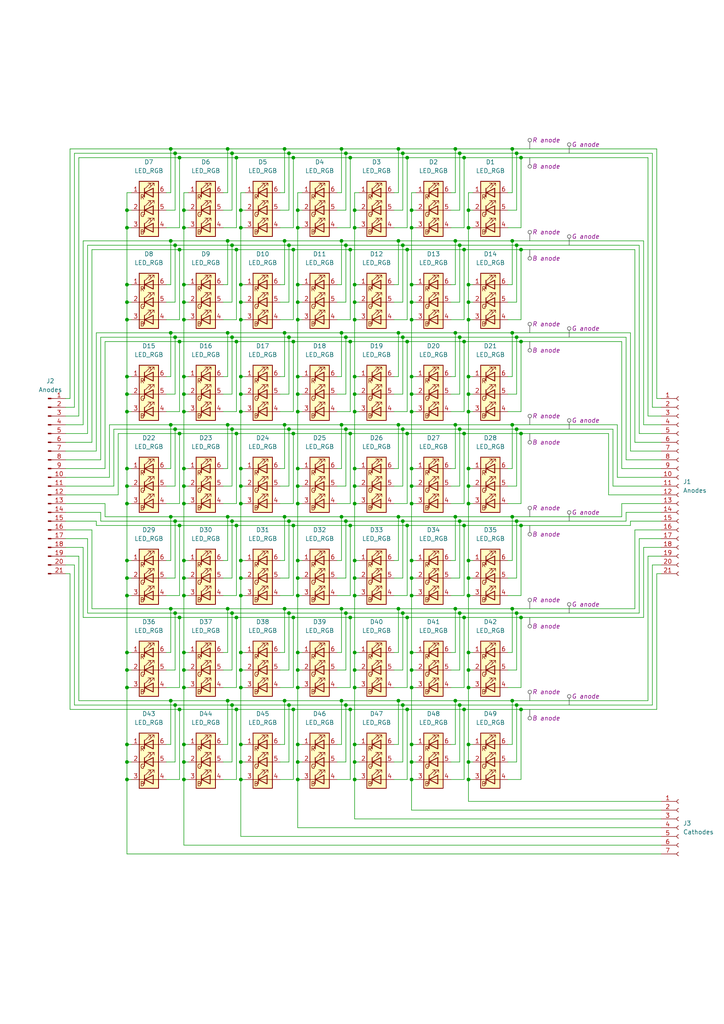
<source format=kicad_sch>
(kicad_sch (version 20231120) (generator "eeschema") (generator_version "8.0")
  (paper "A4" portrait)
  (junction (at 132.08 176.53))
  (junction (at 135.89 146.05))
  (junction (at 67.31 124.46))
  (junction (at 53.34 135.89))
  (junction (at 36.83 194.31))
  (junction (at 119.38 92.71))
  (junction (at 116.84 204.47))
  (junction (at 115.57 149.86))
  (junction (at 66.04 203.2))
  (junction (at 100.33 97.79))
  (junction (at 102.87 135.89))
  (junction (at 115.57 96.52))
  (junction (at 69.85 92.71))
  (junction (at 67.31 151.13))
  (junction (at 69.85 119.38))
  (junction (at 133.35 151.13))
  (junction (at 119.38 66.04))
  (junction (at 86.36 114.3))
  (junction (at 53.34 140.97))
  (junction (at 68.58 45.72))
  (junction (at 151.13 179.07))
  (junction (at 69.85 194.31))
  (junction (at 135.89 92.71))
  (junction (at 82.55 176.53))
  (junction (at 66.04 149.86))
  (junction (at 119.38 189.23))
  (junction (at 133.35 44.45))
  (junction (at 133.35 204.47))
  (junction (at 118.11 179.07))
  (junction (at 148.59 203.2))
  (junction (at 135.89 82.55))
  (junction (at 82.55 149.86))
  (junction (at 119.38 220.98))
  (junction (at 53.34 66.04))
  (junction (at 119.38 119.38))
  (junction (at 151.13 205.74))
  (junction (at 53.34 162.56))
  (junction (at 36.83 172.72))
  (junction (at 102.87 114.3))
  (junction (at 135.89 215.9))
  (junction (at 119.38 194.31))
  (junction (at 69.85 114.3))
  (junction (at 49.53 96.52))
  (junction (at 86.36 60.96))
  (junction (at 36.83 220.98))
  (junction (at 115.57 203.2))
  (junction (at 69.85 87.63))
  (junction (at 53.34 226.06))
  (junction (at 148.59 43.18))
  (junction (at 101.6 179.07))
  (junction (at 133.35 124.46))
  (junction (at 52.07 179.07))
  (junction (at 101.6 125.73))
  (junction (at 102.87 220.98))
  (junction (at 67.31 177.8))
  (junction (at 118.11 205.74))
  (junction (at 68.58 99.06))
  (junction (at 99.06 43.18))
  (junction (at 82.55 96.52))
  (junction (at 135.89 199.39))
  (junction (at 86.36 189.23))
  (junction (at 135.89 162.56))
  (junction (at 151.13 152.4))
  (junction (at 99.06 96.52))
  (junction (at 132.08 43.18))
  (junction (at 102.87 215.9))
  (junction (at 102.87 226.06))
  (junction (at 82.55 203.2))
  (junction (at 53.34 220.98))
  (junction (at 49.53 203.2))
  (junction (at 135.89 189.23))
  (junction (at 53.34 92.71))
  (junction (at 149.86 124.46))
  (junction (at 69.85 140.97))
  (junction (at 119.38 162.56))
  (junction (at 119.38 199.39))
  (junction (at 102.87 119.38))
  (junction (at 82.55 43.18))
  (junction (at 135.89 194.31))
  (junction (at 99.06 149.86))
  (junction (at 36.83 199.39))
  (junction (at 69.85 215.9))
  (junction (at 102.87 162.56))
  (junction (at 36.83 162.56))
  (junction (at 116.84 177.8))
  (junction (at 132.08 69.85))
  (junction (at 118.11 152.4))
  (junction (at 86.36 172.72))
  (junction (at 133.35 97.79))
  (junction (at 100.33 177.8))
  (junction (at 82.55 123.19))
  (junction (at 49.53 43.18))
  (junction (at 69.85 135.89))
  (junction (at 86.36 167.64))
  (junction (at 66.04 123.19))
  (junction (at 52.07 99.06))
  (junction (at 149.86 151.13))
  (junction (at 135.89 172.72))
  (junction (at 134.62 205.74))
  (junction (at 134.62 45.72))
  (junction (at 36.83 135.89))
  (junction (at 66.04 43.18))
  (junction (at 148.59 69.85))
  (junction (at 135.89 135.89))
  (junction (at 69.85 146.05))
  (junction (at 85.09 152.4))
  (junction (at 101.6 205.74))
  (junction (at 101.6 72.39))
  (junction (at 118.11 99.06))
  (junction (at 132.08 149.86))
  (junction (at 67.31 71.12))
  (junction (at 119.38 109.22))
  (junction (at 115.57 69.85))
  (junction (at 148.59 123.19))
  (junction (at 52.07 152.4))
  (junction (at 135.89 119.38))
  (junction (at 53.34 199.39))
  (junction (at 49.53 176.53))
  (junction (at 36.83 114.3))
  (junction (at 101.6 99.06))
  (junction (at 86.36 140.97))
  (junction (at 67.31 97.79))
  (junction (at 118.11 72.39))
  (junction (at 53.34 146.05))
  (junction (at 132.08 203.2))
  (junction (at 83.82 124.46))
  (junction (at 151.13 72.39))
  (junction (at 67.31 204.47))
  (junction (at 102.87 167.64))
  (junction (at 52.07 72.39))
  (junction (at 36.83 140.97))
  (junction (at 36.83 215.9))
  (junction (at 50.8 177.8))
  (junction (at 116.84 124.46))
  (junction (at 53.34 82.55))
  (junction (at 148.59 176.53))
  (junction (at 100.33 71.12))
  (junction (at 102.87 172.72))
  (junction (at 69.85 162.56))
  (junction (at 149.86 97.79))
  (junction (at 86.36 92.71))
  (junction (at 50.8 44.45))
  (junction (at 119.38 146.05))
  (junction (at 83.82 177.8))
  (junction (at 119.38 82.55))
  (junction (at 69.85 226.06))
  (junction (at 100.33 124.46))
  (junction (at 134.62 125.73))
  (junction (at 86.36 87.63))
  (junction (at 66.04 96.52))
  (junction (at 36.83 87.63))
  (junction (at 135.89 60.96))
  (junction (at 151.13 45.72))
  (junction (at 135.89 66.04))
  (junction (at 151.13 99.06))
  (junction (at 116.84 71.12))
  (junction (at 85.09 205.74))
  (junction (at 86.36 82.55))
  (junction (at 68.58 72.39))
  (junction (at 49.53 123.19))
  (junction (at 52.07 205.74))
  (junction (at 85.09 125.73))
  (junction (at 135.89 140.97))
  (junction (at 83.82 97.79))
  (junction (at 83.82 204.47))
  (junction (at 115.57 123.19))
  (junction (at 52.07 125.73))
  (junction (at 50.8 71.12))
  (junction (at 119.38 172.72))
  (junction (at 69.85 199.39))
  (junction (at 149.86 44.45))
  (junction (at 102.87 82.55))
  (junction (at 69.85 189.23))
  (junction (at 148.59 96.52))
  (junction (at 53.34 194.31))
  (junction (at 116.84 97.79))
  (junction (at 135.89 109.22))
  (junction (at 100.33 44.45))
  (junction (at 69.85 172.72))
  (junction (at 50.8 204.47))
  (junction (at 135.89 114.3))
  (junction (at 116.84 151.13))
  (junction (at 149.86 71.12))
  (junction (at 135.89 87.63))
  (junction (at 68.58 179.07))
  (junction (at 85.09 45.72))
  (junction (at 119.38 167.64))
  (junction (at 83.82 44.45))
  (junction (at 83.82 151.13))
  (junction (at 53.34 189.23))
  (junction (at 50.8 151.13))
  (junction (at 69.85 167.64))
  (junction (at 132.08 96.52))
  (junction (at 115.57 176.53))
  (junction (at 149.86 204.47))
  (junction (at 68.58 205.74))
  (junction (at 85.09 99.06))
  (junction (at 99.06 123.19))
  (junction (at 119.38 87.63))
  (junction (at 119.38 135.89))
  (junction (at 86.36 146.05))
  (junction (at 119.38 215.9))
  (junction (at 68.58 152.4))
  (junction (at 86.36 199.39))
  (junction (at 86.36 162.56))
  (junction (at 69.85 60.96))
  (junction (at 102.87 189.23))
  (junction (at 134.62 152.4))
  (junction (at 86.36 220.98))
  (junction (at 53.34 167.64))
  (junction (at 119.38 114.3))
  (junction (at 102.87 194.31))
  (junction (at 102.87 140.97))
  (junction (at 116.84 44.45))
  (junction (at 151.13 125.73))
  (junction (at 69.85 66.04))
  (junction (at 85.09 72.39))
  (junction (at 102.87 92.71))
  (junction (at 36.83 92.71))
  (junction (at 67.31 44.45))
  (junction (at 50.8 97.79))
  (junction (at 53.34 119.38))
  (junction (at 36.83 167.64))
  (junction (at 149.86 177.8))
  (junction (at 119.38 226.06))
  (junction (at 85.09 179.07))
  (junction (at 36.83 226.06))
  (junction (at 86.36 226.06))
  (junction (at 101.6 45.72))
  (junction (at 53.34 172.72))
  (junction (at 102.87 146.05))
  (junction (at 36.83 189.23))
  (junction (at 119.38 140.97))
  (junction (at 86.36 194.31))
  (junction (at 102.87 87.63))
  (junction (at 50.8 124.46))
  (junction (at 135.89 220.98))
  (junction (at 66.04 176.53))
  (junction (at 68.58 125.73))
  (junction (at 69.85 82.55))
  (junction (at 99.06 203.2))
  (junction (at 115.57 43.18))
  (junction (at 86.36 119.38))
  (junction (at 148.59 149.86))
  (junction (at 52.07 45.72))
  (junction (at 36.83 119.38))
  (junction (at 36.83 109.22))
  (junction (at 100.33 204.47))
  (junction (at 53.34 114.3))
  (junction (at 100.33 151.13))
  (junction (at 86.36 66.04))
  (junction (at 133.35 177.8))
  (junction (at 99.06 69.85))
  (junction (at 36.83 66.04))
  (junction (at 82.55 69.85))
  (junction (at 118.11 45.72))
  (junction (at 53.34 87.63))
  (junction (at 133.35 71.12))
  (junction (at 86.36 109.22))
  (junction (at 86.36 135.89))
  (junction (at 36.83 146.05))
  (junction (at 134.62 99.06))
  (junction (at 69.85 109.22))
  (junction (at 49.53 149.86))
  (junction (at 134.62 72.39))
  (junction (at 66.04 69.85))
  (junction (at 102.87 109.22))
  (junction (at 53.34 109.22))
  (junction (at 36.83 82.55))
  (junction (at 49.53 69.85))
  (junction (at 102.87 60.96))
  (junction (at 83.82 71.12))
  (junction (at 36.83 60.96))
  (junction (at 53.34 60.96))
  (junction (at 101.6 152.4))
  (junction (at 132.08 123.19))
  (junction (at 99.06 176.53))
  (junction (at 102.87 199.39))
  (junction (at 135.89 226.06))
  (junction (at 102.87 66.04))
  (junction (at 53.34 215.9))
  (junction (at 134.62 179.07))
  (junction (at 119.38 60.96))
  (junction (at 118.11 125.73))
  (junction (at 135.89 167.64))
  (junction (at 69.85 220.98))
  (junction (at 86.36 215.9))
  (wire (pts (xy 49.53 69.85) (xy 49.53 82.55)))
  (wire (pts (xy 50.8 71.12) (xy 67.31 71.12)))
  (wire (pts (xy 116.84 44.45) (xy 133.35 44.45)))
  (wire (pts (xy 119.38 194.31) (xy 119.38 199.39)))
  (wire (pts (xy 64.77 146.05) (xy 68.58 146.05)))
  (wire (pts (xy 48.26 146.05) (xy 52.07 146.05)))
  (wire (pts (xy 151.13 205.74) (xy 190.5 205.74)))
  (wire (pts (xy 85.09 179.07) (xy 85.09 199.39)))
  (wire (pts (xy 68.58 72.39) (xy 68.58 92.71)))
  (wire (pts (xy 119.38 220.98) (xy 120.65 220.98)))
  (wire (pts (xy 49.53 176.53) (xy 66.04 176.53)))
  (wire (pts (xy 116.84 71.12) (xy 116.84 87.63)))
  (wire (pts (xy 67.31 44.45) (xy 67.31 60.96)))
  (wire (pts (xy 135.89 167.64) (xy 135.89 172.72)))
  (wire (pts (xy 102.87 194.31) (xy 102.87 199.39)))
  (wire (pts (xy 134.62 125.73) (xy 134.62 146.05)))
  (wire (pts (xy 130.81 146.05) (xy 134.62 146.05)))
  (wire (pts (xy 119.38 220.98) (xy 119.38 226.06)))
  (wire (pts (xy 68.58 179.07) (xy 85.09 179.07)))
  (wire (pts (xy 101.6 45.72) (xy 118.11 45.72)))
  (wire (pts (xy 184.15 128.27) (xy 184.15 72.39)))
  (wire (pts (xy 100.33 177.8) (xy 116.84 177.8)))
  (wire (pts (xy 149.86 124.46) (xy 177.8 124.46)))
  (wire (pts (xy 114.3 194.31) (xy 116.84 194.31)))
  (wire (pts (xy 19.05 115.57) (xy 20.32 115.57)))
  (wire (pts (xy 133.35 177.8) (xy 133.35 194.31)))
  (wire (pts (xy 99.06 149.86) (xy 99.06 162.56)))
  (wire (pts (xy 86.36 189.23) (xy 86.36 194.31)))
  (wire (pts (xy 53.34 194.31) (xy 54.61 194.31)))
  (wire (pts (xy 85.09 45.72) (xy 101.6 45.72)))
  (wire (pts (xy 71.12 55.88) (xy 69.85 55.88)))
  (wire (pts (xy 135.89 66.04) (xy 135.89 82.55)))
  (wire (pts (xy 86.36 60.96) (xy 87.63 60.96)))
  (wire (pts (xy 148.59 123.19) (xy 179.07 123.19)))
  (wire (pts (xy 66.04 96.52) (xy 66.04 109.22)))
  (wire (pts (xy 48.26 140.97) (xy 50.8 140.97)))
  (wire (pts (xy 132.08 43.18) (xy 148.59 43.18)))
  (wire (pts (xy 66.04 96.52) (xy 82.55 96.52)))
  (wire (pts (xy 69.85 199.39) (xy 71.12 199.39)))
  (wire (pts (xy 66.04 176.53) (xy 82.55 176.53)))
  (wire (pts (xy 119.38 55.88) (xy 119.38 60.96)))
  (wire (pts (xy 26.67 128.27) (xy 26.67 72.39)))
  (wire (pts (xy 148.59 43.18) (xy 148.59 55.88)))
  (wire (pts (xy 81.28 60.96) (xy 83.82 60.96)))
  (wire (pts (xy 20.32 115.57) (xy 20.32 43.18)))
  (wire (pts (xy 52.07 152.4) (xy 68.58 152.4)))
  (wire (pts (xy 134.62 99.06) (xy 134.62 119.38)))
  (wire (pts (xy 191.77 163.83) (xy 189.23 163.83)))
  (wire (pts (xy 69.85 55.88) (xy 69.85 60.96)))
  (wire (pts (xy 100.33 124.46) (xy 116.84 124.46)))
  (wire (pts (xy 53.34 140.97) (xy 54.61 140.97)))
  (wire (pts (xy 97.79 82.55) (xy 99.06 82.55)))
  (wire (pts (xy 83.82 151.13) (xy 83.82 167.64)))
  (wire (pts (xy 134.62 99.06) (xy 151.13 99.06)))
  (wire (pts (xy 97.79 60.96) (xy 100.33 60.96)))
  (wire (pts (xy 86.36 199.39) (xy 86.36 215.9)))
  (wire (pts (xy 119.38 119.38) (xy 119.38 135.89)))
  (wire (pts (xy 102.87 55.88) (xy 102.87 60.96)))
  (wire (pts (xy 68.58 152.4) (xy 85.09 152.4)))
  (wire (pts (xy 147.32 215.9) (xy 148.59 215.9)))
  (wire (pts (xy 52.07 179.07) (xy 68.58 179.07)))
  (wire (pts (xy 30.48 146.05) (xy 30.48 149.86)))
  (wire (pts (xy 130.81 87.63) (xy 133.35 87.63)))
  (wire (pts (xy 135.89 140.97) (xy 137.16 140.97)))
  (wire (pts (xy 68.58 125.73) (xy 68.58 146.05)))
  (wire (pts (xy 104.14 109.22) (xy 102.87 109.22)))
  (wire (pts (xy 52.07 72.39) (xy 68.58 72.39)))
  (wire (pts (xy 69.85 82.55) (xy 69.85 87.63)))
  (wire (pts (xy 48.26 109.22) (xy 49.53 109.22)))
  (wire (pts (xy 49.53 43.18) (xy 49.53 55.88)))
  (wire (pts (xy 147.32 226.06) (xy 151.13 226.06)))
  (wire (pts (xy 115.57 43.18) (xy 132.08 43.18)))
  (wire (pts (xy 101.6 125.73) (xy 101.6 146.05)))
  (wire (pts (xy 130.81 82.55) (xy 132.08 82.55)))
  (wire (pts (xy 86.36 194.31) (xy 86.36 199.39)))
  (wire (pts (xy 116.84 124.46) (xy 133.35 124.46)))
  (wire (pts (xy 119.38 66.04) (xy 120.65 66.04)))
  (wire (pts (xy 104.14 82.55) (xy 102.87 82.55)))
  (wire (pts (xy 48.26 92.71) (xy 52.07 92.71)))
  (wire (pts (xy 33.02 124.46) (xy 50.8 124.46)))
  (wire (pts (xy 82.55 176.53) (xy 82.55 189.23)))
  (wire (pts (xy 54.61 55.88) (xy 53.34 55.88)))
  (wire (pts (xy 30.48 149.86) (xy 49.53 149.86)))
  (wire (pts (xy 114.3 87.63) (xy 116.84 87.63)))
  (wire (pts (xy 99.06 176.53) (xy 99.06 189.23)))
  (wire (pts (xy 83.82 124.46) (xy 83.82 140.97)))
  (wire (pts (xy 25.4 177.8) (xy 50.8 177.8)))
  (wire (pts (xy 83.82 44.45) (xy 100.33 44.45)))
  (wire (pts (xy 31.75 138.43) (xy 31.75 123.19)))
  (wire (pts (xy 149.86 71.12) (xy 149.86 87.63)))
  (wire (pts (xy 118.11 45.72) (xy 118.11 66.04)))
  (wire (pts (xy 186.69 158.75) (xy 186.69 179.07)))
  (wire (pts (xy 85.09 152.4) (xy 101.6 152.4)))
  (wire (pts (xy 97.79 92.71) (xy 101.6 92.71)))
  (wire (pts (xy 24.13 123.19) (xy 24.13 69.85)))
  (wire (pts (xy 54.61 135.89) (xy 53.34 135.89)))
  (wire (pts (xy 133.35 151.13) (xy 133.35 167.64)))
  (wire (pts (xy 69.85 189.23) (xy 69.85 194.31)))
  (wire (pts (xy 64.77 109.22) (xy 66.04 109.22)))
  (wire (pts (xy 130.81 220.98) (xy 133.35 220.98)))
  (wire (pts (xy 38.1 162.56) (xy 36.83 162.56)))
  (wire (pts (xy 115.57 96.52) (xy 115.57 109.22)))
  (wire (pts (xy 180.34 135.89) (xy 180.34 99.06)))
  (wire (pts (xy 48.26 119.38) (xy 52.07 119.38)))
  (wire (pts (xy 69.85 135.89) (xy 69.85 140.97)))
  (wire (pts (xy 68.58 45.72) (xy 85.09 45.72)))
  (wire (pts (xy 19.05 146.05) (xy 30.48 146.05)))
  (wire (pts (xy 71.12 82.55) (xy 69.85 82.55)))
  (wire (pts (xy 118.11 45.72) (xy 134.62 45.72)))
  (wire (pts (xy 53.34 245.11) (xy 191.77 245.11)))
  (wire (pts (xy 36.83 66.04) (xy 36.83 82.55)))
  (wire (pts (xy 97.79 119.38) (xy 101.6 119.38)))
  (wire (pts (xy 85.09 205.74) (xy 85.09 226.06)))
  (wire (pts (xy 30.48 135.89) (xy 30.48 99.06)))
  (wire (pts (xy 149.86 97.79) (xy 181.61 97.79)))
  (wire (pts (xy 19.05 151.13) (xy 27.94 151.13)))
  (wire (pts (xy 148.59 149.86) (xy 180.34 149.86)))
  (wire (pts (xy 64.77 162.56) (xy 66.04 162.56)))
  (wire (pts (xy 148.59 176.53) (xy 148.59 189.23)))
  (wire (pts (xy 100.33 204.47) (xy 116.84 204.47)))
  (wire (pts (xy 189.23 118.11) (xy 189.23 44.45)))
  (wire (pts (xy 82.55 123.19) (xy 82.55 135.89)))
  (wire (pts (xy 147.32 135.89) (xy 148.59 135.89)))
  (wire (pts (xy 53.34 119.38) (xy 54.61 119.38)))
  (wire (pts (xy 102.87 162.56) (xy 102.87 167.64)))
  (wire (pts (xy 69.85 220.98) (xy 69.85 226.06)))
  (wire (pts (xy 97.79 172.72) (xy 101.6 172.72)))
  (wire (pts (xy 53.34 226.06) (xy 53.34 245.11)))
  (wire (pts (xy 26.67 72.39) (xy 52.07 72.39)))
  (wire (pts (xy 135.89 60.96) (xy 135.89 66.04)))
  (wire (pts (xy 69.85 66.04) (xy 69.85 82.55)))
  (wire (pts (xy 137.16 82.55) (xy 135.89 82.55)))
  (wire (pts (xy 36.83 119.38) (xy 38.1 119.38)))
  (wire (pts (xy 36.83 114.3) (xy 36.83 119.38)))
  (wire (pts (xy 49.53 96.52) (xy 49.53 109.22)))
  (wire (pts (xy 115.57 123.19) (xy 115.57 135.89)))
  (wire (pts (xy 149.86 124.46) (xy 149.86 140.97)))
  (wire (pts (xy 151.13 152.4) (xy 182.88 152.4)))
  (wire (pts (xy 66.04 149.86) (xy 66.04 162.56)))
  (wire (pts (xy 19.05 125.73) (xy 25.4 125.73)))
  (wire (pts (xy 120.65 135.89) (xy 119.38 135.89)))
  (wire (pts (xy 81.28 215.9) (xy 82.55 215.9)))
  (wire (pts (xy 118.11 99.06) (xy 118.11 119.38)))
  (wire (pts (xy 191.77 146.05) (xy 180.34 146.05)))
  (wire (pts (xy 148.59 96.52) (xy 182.88 96.52)))
  (wire (pts (xy 87.63 82.55) (xy 86.36 82.55)))
  (wire (pts (xy 102.87 87.63) (xy 102.87 92.71)))
  (wire (pts (xy 135.89 55.88) (xy 135.89 60.96)))
  (wire (pts (xy 116.84 71.12) (xy 133.35 71.12)))
  (wire (pts (xy 114.3 109.22) (xy 115.57 109.22)))
  (wire (pts (xy 135.89 172.72) (xy 135.89 189.23)))
  (wire (pts (xy 86.36 146.05) (xy 86.36 162.56)))
  (wire (pts (xy 64.77 87.63) (xy 67.31 87.63)))
  (wire (pts (xy 114.3 55.88) (xy 115.57 55.88)))
  (wire (pts (xy 104.14 215.9) (xy 102.87 215.9)))
  (wire (pts (xy 22.86 161.29) (xy 22.86 203.2)))
  (wire (pts (xy 149.86 151.13) (xy 181.61 151.13)))
  (wire (pts (xy 147.32 92.71) (xy 151.13 92.71)))
  (wire (pts (xy 68.58 99.06) (xy 68.58 119.38)))
  (wire (pts (xy 67.31 151.13) (xy 67.31 167.64)))
  (wire (pts (xy 38.1 215.9) (xy 36.83 215.9)))
  (wire (pts (xy 81.28 140.97) (xy 83.82 140.97)))
  (wire (pts (xy 69.85 162.56) (xy 69.85 167.64)))
  (wire (pts (xy 86.36 194.31) (xy 87.63 194.31)))
  (wire (pts (xy 191.77 140.97) (xy 177.8 140.97)))
  (wire (pts (xy 135.89 109.22) (xy 135.89 114.3)))
  (wire (pts (xy 119.38 172.72) (xy 119.38 189.23)))
  (wire (pts (xy 114.3 119.38) (xy 118.11 119.38)))
  (wire (pts (xy 179.07 138.43) (xy 179.07 123.19)))
  (wire (pts (xy 49.53 69.85) (xy 66.04 69.85)))
  (wire (pts (xy 100.33 151.13) (xy 100.33 167.64)))
  (wire (pts (xy 86.36 92.71) (xy 87.63 92.71)))
  (wire (pts (xy 48.26 55.88) (xy 49.53 55.88)))
  (wire (pts (xy 19.05 143.51) (xy 34.29 143.51)))
  (wire (pts (xy 83.82 177.8) (xy 100.33 177.8)))
  (wire (pts (xy 119.38 146.05) (xy 119.38 162.56)))
  (wire (pts (xy 149.86 71.12) (xy 185.42 71.12)))
  (wire (pts (xy 147.32 114.3) (xy 149.86 114.3)))
  (wire (pts (xy 133.35 124.46) (xy 149.86 124.46)))
  (wire (pts (xy 148.59 203.2) (xy 187.96 203.2)))
  (wire (pts (xy 114.3 162.56) (xy 115.57 162.56)))
  (wire (pts (xy 133.35 71.12) (xy 133.35 87.63)))
  (wire (pts (xy 36.83 140.97) (xy 36.83 146.05)))
  (wire (pts (xy 64.77 55.88) (xy 66.04 55.88)))
  (wire (pts (xy 64.77 199.39) (xy 68.58 199.39)))
  (wire (pts (xy 69.85 146.05) (xy 69.85 162.56)))
  (wire (pts (xy 102.87 194.31) (xy 104.14 194.31)))
  (wire (pts (xy 64.77 60.96) (xy 67.31 60.96)))
  (wire (pts (xy 130.81 162.56) (xy 132.08 162.56)))
  (wire (pts (xy 97.79 199.39) (xy 101.6 199.39)))
  (wire (pts (xy 120.65 109.22) (xy 119.38 109.22)))
  (wire (pts (xy 52.07 99.06) (xy 52.07 119.38)))
  (wire (pts (xy 38.1 135.89) (xy 36.83 135.89)))
  (wire (pts (xy 130.81 167.64) (xy 133.35 167.64)))
  (wire (pts (xy 118.11 205.74) (xy 118.11 226.06)))
  (wire (pts (xy 82.55 96.52) (xy 99.06 96.52)))
  (wire (pts (xy 118.11 99.06) (xy 134.62 99.06)))
  (wire (pts (xy 67.31 151.13) (xy 83.82 151.13)))
  (wire (pts (xy 135.89 167.64) (xy 137.16 167.64)))
  (wire (pts (xy 102.87 119.38) (xy 104.14 119.38)))
  (wire (pts (xy 83.82 44.45) (xy 83.82 60.96)))
  (wire (pts (xy 102.87 109.22) (xy 102.87 114.3)))
  (wire (pts (xy 133.35 44.45) (xy 149.86 44.45)))
  (wire (pts (xy 22.86 203.2) (xy 49.53 203.2)))
  (wire (pts (xy 50.8 204.47) (xy 50.8 220.98)))
  (wire (pts (xy 151.13 125.73) (xy 151.13 146.05)))
  (wire (pts (xy 120.65 189.23) (xy 119.38 189.23)))
  (wire (pts (xy 24.13 179.07) (xy 52.07 179.07)))
  (wire (pts (xy 69.85 226.06) (xy 71.12 226.06)))
  (wire (pts (xy 191.77 115.57) (xy 190.5 115.57)))
  (wire (pts (xy 191.77 158.75) (xy 186.69 158.75)))
  (wire (pts (xy 85.09 72.39) (xy 85.09 92.71)))
  (wire (pts (xy 182.88 151.13) (xy 182.88 152.4)))
  (wire (pts (xy 86.36 220.98) (xy 86.36 226.06)))
  (wire (pts (xy 54.61 215.9) (xy 53.34 215.9)))
  (wire (pts (xy 53.34 82.55) (xy 53.34 87.63)))
  (wire (pts (xy 21.59 163.83) (xy 21.59 204.47)))
  (wire (pts (xy 102.87 60.96) (xy 104.14 60.96)))
  (wire (pts (xy 97.79 87.63) (xy 100.33 87.63)))
  (wire (pts (xy 99.06 96.52) (xy 115.57 96.52)))
  (wire (pts (xy 19.05 158.75) (xy 24.13 158.75)))
  (wire (pts (xy 118.11 179.07) (xy 134.62 179.07)))
  (wire (pts (xy 148.59 203.2) (xy 148.59 215.9)))
  (wire (pts (xy 19.05 156.21) (xy 25.4 156.21)))
  (wire (pts (xy 64.77 140.97) (xy 67.31 140.97)))
  (wire (pts (xy 97.79 66.04) (xy 101.6 66.04)))
  (wire (pts (xy 97.79 220.98) (xy 100.33 220.98)))
  (wire (pts (xy 29.21 97.79) (xy 50.8 97.79)))
  (wire (pts (xy 67.31 124.46) (xy 83.82 124.46)))
  (wire (pts (xy 66.04 69.85) (xy 82.55 69.85)))
  (wire (pts (xy 97.79 146.05) (xy 101.6 146.05)))
  (wire (pts (xy 114.3 189.23) (xy 115.57 189.23)))
  (wire (pts (xy 134.62 45.72) (xy 151.13 45.72)))
  (wire (pts (xy 19.05 140.97) (xy 33.02 140.97)))
  (wire (pts (xy 53.34 167.64) (xy 54.61 167.64)))
  (wire (pts (xy 133.35 44.45) (xy 133.35 60.96)))
  (wire (pts (xy 71.12 109.22) (xy 69.85 109.22)))
  (wire (pts (xy 114.3 167.64) (xy 116.84 167.64)))
  (wire (pts (xy 38.1 189.23) (xy 36.83 189.23)))
  (wire (pts (xy 135.89 87.63) (xy 137.16 87.63)))
  (wire (pts (xy 69.85 242.57) (xy 69.85 226.06)))
  (wire (pts (xy 137.16 189.23) (xy 135.89 189.23)))
  (wire (pts (xy 134.62 205.74) (xy 151.13 205.74)))
  (wire (pts (xy 48.26 162.56) (xy 49.53 162.56)))
  (wire (pts (xy 119.38 119.38) (xy 120.65 119.38)))
  (wire (pts (xy 29.21 148.59) (xy 29.21 151.13)))
  (wire (pts (xy 66.04 203.2) (xy 82.55 203.2)))
  (wire (pts (xy 102.87 60.96) (xy 102.87 66.04)))
  (wire (pts (xy 115.57 149.86) (xy 115.57 162.56)))
  (wire (pts (xy 135.89 114.3) (xy 135.89 119.38)))
  (wire (pts (xy 97.79 135.89) (xy 99.06 135.89)))
  (wire (pts (xy 135.89 199.39) (xy 135.89 215.9)))
  (wire (pts (xy 50.8 44.45) (xy 67.31 44.45)))
  (wire (pts (xy 24.13 158.75) (xy 24.13 179.07)))
  (wire (pts (xy 33.02 140.97) (xy 33.02 124.46)))
  (wire (pts (xy 119.38 189.23) (xy 119.38 194.31)))
  (wire (pts (xy 48.26 167.64) (xy 50.8 167.64)))
  (wire (pts (xy 20.32 205.74) (xy 52.07 205.74)))
  (wire (pts (xy 99.06 176.53) (xy 115.57 176.53)))
  (wire (pts (xy 81.28 220.98) (xy 83.82 220.98)))
  (wire (pts (xy 29.21 151.13) (xy 50.8 151.13)))
  (wire (pts (xy 67.31 97.79) (xy 83.82 97.79)))
  (wire (pts (xy 81.28 92.71) (xy 85.09 92.71)))
  (wire (pts (xy 50.8 124.46) (xy 67.31 124.46)))
  (wire (pts (xy 133.35 97.79) (xy 133.35 114.3)))
  (wire (pts (xy 82.55 176.53) (xy 99.06 176.53)))
  (wire (pts (xy 87.63 215.9) (xy 86.36 215.9)))
  (wire (pts (xy 85.09 125.73) (xy 101.6 125.73)))
  (wire (pts (xy 30.48 99.06) (xy 52.07 99.06)))
  (wire (pts (xy 86.36 92.71) (xy 86.36 109.22)))
  (wire (pts (xy 119.38 199.39) (xy 119.38 215.9)))
  (wire (pts (xy 147.32 109.22) (xy 148.59 109.22)))
  (wire (pts (xy 69.85 199.39) (xy 69.85 215.9)))
  (wire (pts (xy 99.06 43.18) (xy 115.57 43.18)))
  (wire (pts (xy 53.34 109.22) (xy 53.34 114.3)))
  (wire (pts (xy 36.83 109.22) (xy 36.83 114.3)))
  (wire (pts (xy 191.77 128.27) (xy 184.15 128.27)))
  (wire (pts (xy 133.35 204.47) (xy 133.35 220.98)))
  (wire (pts (xy 147.32 55.88) (xy 148.59 55.88)))
  (wire (pts (xy 19.05 161.29) (xy 22.86 161.29)))
  (wire (pts (xy 187.96 120.65) (xy 187.96 45.72)))
  (wire (pts (xy 102.87 167.64) (xy 102.87 172.72)))
  (wire (pts (xy 114.3 215.9) (xy 115.57 215.9)))
  (wire (pts (xy 101.6 152.4) (xy 118.11 152.4)))
  (wire (pts (xy 115.57 96.52) (xy 132.08 96.52)))
  (wire (pts (xy 119.38 82.55) (xy 119.38 87.63)))
  (wire (pts (xy 50.8 124.46) (xy 50.8 140.97)))
  (wire (pts (xy 86.36 146.05) (xy 87.63 146.05)))
  (wire (pts (xy 119.38 92.71) (xy 120.65 92.71)))
  (wire (pts (xy 53.34 55.88) (xy 53.34 60.96)))
  (wire (pts (xy 86.36 109.22) (xy 86.36 114.3)))
  (wire (pts (xy 135.89 119.38) (xy 135.89 135.89)))
  (wire (pts (xy 64.77 215.9) (xy 66.04 215.9)))
  (wire (pts (xy 135.89 220.98) (xy 137.16 220.98)))
  (wire (pts (xy 119.38 146.05) (xy 120.65 146.05)))
  (wire (pts (xy 83.82 151.13) (xy 100.33 151.13)))
  (wire (pts (xy 147.32 146.05) (xy 151.13 146.05)))
  (wire (pts (xy 115.57 149.86) (xy 132.08 149.86)))
  (wire (pts (xy 115.57 123.19) (xy 132.08 123.19)))
  (wire (pts (xy 119.38 234.95) (xy 119.38 226.06)))
  (wire (pts (xy 119.38 226.06) (xy 120.65 226.06)))
  (wire (pts (xy 135.89 220.98) (xy 135.89 226.06)))
  (wire (pts (xy 191.77 133.35) (xy 181.61 133.35)))
  (wire (pts (xy 191.77 161.29) (xy 187.96 161.29)))
  (wire (pts (xy 132.08 149.86) (xy 132.08 162.56)))
  (wire (pts (xy 114.3 60.96) (xy 116.84 60.96)))
  (wire (pts (xy 36.83 140.97) (xy 38.1 140.97)))
  (wire (pts (xy 102.87 172.72) (xy 104.14 172.72)))
  (wire (pts (xy 69.85 60.96) (xy 69.85 66.04)))
  (wire (pts (xy 137.16 55.88) (xy 135.89 55.88)))
  (wire (pts (xy 147.32 82.55) (xy 148.59 82.55)))
  (wire (pts (xy 49.53 43.18) (xy 66.04 43.18)))
  (wire (pts (xy 50.8 71.12) (xy 50.8 87.63)))
  (wire (pts (xy 100.33 151.13) (xy 116.84 151.13)))
  (wire (pts (xy 119.38 92.71) (xy 119.38 109.22)))
  (wire (pts (xy 49.53 149.86) (xy 49.53 162.56)))
  (wire (pts (xy 151.13 152.4) (xy 151.13 172.72)))
  (wire (pts (xy 54.61 162.56) (xy 53.34 162.56)))
  (wire (pts (xy 133.35 151.13) (xy 149.86 151.13)))
  (wire (pts (xy 26.67 176.53) (xy 49.53 176.53)))
  (wire (pts (xy 83.82 124.46) (xy 100.33 124.46)))
  (wire (pts (xy 36.83 162.56) (xy 36.83 167.64)))
  (wire (pts (xy 102.87 220.98) (xy 104.14 220.98)))
  (wire (pts (xy 36.83 194.31) (xy 38.1 194.31)))
  (wire (pts (xy 36.83 167.64) (xy 38.1 167.64)))
  (wire (pts (xy 19.05 166.37) (xy 20.32 166.37)))
  (wire (pts (xy 134.62 205.74) (xy 134.62 226.06)))
  (wire (pts (xy 69.85 172.72) (xy 71.12 172.72)))
  (wire (pts (xy 148.59 43.18) (xy 190.5 43.18)))
  (wire (pts (xy 100.33 177.8) (xy 100.33 194.31)))
  (wire (pts (xy 19.05 138.43) (xy 31.75 138.43)))
  (wire (pts (xy 135.89 114.3) (xy 137.16 114.3)))
  (wire (pts (xy 81.28 114.3) (xy 83.82 114.3)))
  (wire (pts (xy 53.34 194.31) (xy 53.34 199.39)))
  (wire (pts (xy 69.85 140.97) (xy 69.85 146.05)))
  (wire (pts (xy 120.65 162.56) (xy 119.38 162.56)))
  (wire (pts (xy 68.58 99.06) (xy 85.09 99.06)))
  (wire (pts (xy 119.38 167.64) (xy 120.65 167.64)))
  (wire (pts (xy 102.87 87.63) (xy 104.14 87.63)))
  (wire (pts (xy 97.79 167.64) (xy 100.33 167.64)))
  (wire (pts (xy 67.31 204.47) (xy 83.82 204.47)))
  (wire (pts (xy 135.89 189.23) (xy 135.89 194.31)))
  (wire (pts (xy 132.08 43.18) (xy 132.08 55.88)))
  (wire (pts (xy 130.81 119.38) (xy 134.62 119.38)))
  (wire (pts (xy 102.87 114.3) (xy 102.87 119.38)))
  (wire (pts (xy 81.28 82.55) (xy 82.55 82.55)))
  (wire (pts (xy 118.11 205.74) (xy 134.62 205.74)))
  (wire (pts (xy 102.87 199.39) (xy 104.14 199.39)))
  (wire (pts (xy 53.34 146.05) (xy 53.34 162.56)))
  (wire (pts (xy 19.05 153.67) (xy 26.67 153.67)))
  (wire (pts (xy 85.09 179.07) (xy 101.6 179.07)))
  (wire (pts (xy 36.83 226.06) (xy 38.1 226.06)))
  (wire (pts (xy 148.59 69.85) (xy 148.59 82.55)))
  (wire (pts (xy 134.62 45.72) (xy 134.62 66.04)))
  (wire (pts (xy 36.83 55.88) (xy 36.83 60.96)))
  (wire (pts (xy 36.83 92.71) (xy 36.83 109.22)))
  (wire (pts (xy 36.83 87.63) (xy 38.1 87.63)))
  (wire (pts (xy 99.06 69.85) (xy 115.57 69.85)))
  (wire (pts (xy 50.8 97.79) (xy 67.31 97.79)))
  (wire (pts (xy 86.36 140.97) (xy 87.63 140.97)))
  (wire (pts (xy 102.87 66.04) (xy 102.87 82.55)))
  (wire (pts (xy 36.83 82.55) (xy 36.83 87.63)))
  (wire (pts (xy 137.16 109.22) (xy 135.89 109.22)))
  (wire (pts (xy 64.77 82.55) (xy 66.04 82.55)))
  (wire (pts (xy 119.38 167.64) (xy 119.38 172.72)))
  (wire (pts (xy 68.58 179.07) (xy 68.58 199.39)))
  (wire (pts (xy 83.82 71.12) (xy 83.82 87.63)))
  (wire (pts (xy 134.62 179.07) (xy 151.13 179.07)))
  (wire (pts (xy 134.62 179.07) (xy 134.62 199.39)))
  (wire (pts (xy 149.86 177.8) (xy 149.86 194.31)))
  (wire (pts (xy 67.31 97.79) (xy 67.31 114.3)))
  (wire (pts (xy 48.26 87.63) (xy 50.8 87.63)))
  (wire (pts (xy 102.87 199.39) (xy 102.87 215.9)))
  (wire (pts (xy 102.87 140.97) (xy 104.14 140.97)))
  (wire (pts (xy 119.38 215.9) (xy 119.38 220.98)))
  (wire (pts (xy 21.59 204.47) (xy 50.8 204.47)))
  (wire (pts (xy 148.59 176.53) (xy 184.15 176.53)))
  (wire (pts (xy 83.82 71.12) (xy 100.33 71.12)))
  (wire (pts (xy 81.28 66.04) (xy 85.09 66.04)))
  (wire (pts (xy 191.77 138.43) (xy 179.07 138.43)))
  (wire (pts (xy 53.34 189.23) (xy 53.34 194.31)))
  (wire (pts (xy 50.8 44.45) (xy 50.8 60.96)))
  (wire (pts (xy 82.55 43.18) (xy 82.55 55.88)))
  (wire (pts (xy 135.89 194.31) (xy 135.89 199.39)))
  (wire (pts (xy 85.09 99.06) (xy 85.09 119.38)))
  (wire (pts (xy 86.36 119.38) (xy 87.63 119.38)))
  (wire (pts (xy 101.6 99.06) (xy 101.6 119.38)))
  (wire (pts (xy 69.85 172.72) (xy 69.85 189.23)))
  (wire (pts (xy 86.36 167.64) (xy 86.36 172.72)))
  (wire (pts (xy 66.04 43.18) (xy 82.55 43.18)))
  (wire (pts (xy 54.61 189.23) (xy 53.34 189.23)))
  (wire (pts (xy 66.04 69.85) (xy 66.04 82.55)))
  (wire (pts (xy 25.4 125.73) (xy 25.4 71.12)))
  (wire (pts (xy 48.26 135.89) (xy 49.53 135.89)))
  (wire (pts (xy 53.34 87.63) (xy 54.61 87.63)))
  (wire (pts (xy 86.36 162.56) (xy 86.36 167.64)))
  (wire (pts (xy 135.89 172.72) (xy 137.16 172.72)))
  (wire (pts (xy 86.36 87.63) (xy 86.36 92.71)))
  (wire (pts (xy 36.83 247.65) (xy 191.77 247.65)))
  (wire (pts (xy 116.84 97.79) (xy 116.84 114.3)))
  (wire (pts (xy 114.3 140.97) (xy 116.84 140.97)))
  (wire (pts (xy 20.32 43.18) (xy 49.53 43.18)))
  (wire (pts (xy 53.34 220.98) (xy 53.34 226.06)))
  (wire (pts (xy 97.79 194.31) (xy 100.33 194.31)))
  (wire (pts (xy 135.89 92.71) (xy 137.16 92.71)))
  (wire (pts (xy 36.83 60.96) (xy 38.1 60.96)))
  (wire (pts (xy 86.36 114.3) (xy 86.36 119.38)))
  (wire (pts (xy 119.38 60.96) (xy 119.38 66.04)))
  (wire (pts (xy 116.84 44.45) (xy 116.84 60.96)))
  (wire (pts (xy 147.32 220.98) (xy 149.86 220.98)))
  (wire (pts (xy 64.77 135.89) (xy 66.04 135.89)))
  (wire (pts (xy 137.16 135.89) (xy 135.89 135.89)))
  (wire (pts (xy 82.55 43.18) (xy 99.06 43.18)))
  (wire (pts (xy 68.58 45.72) (xy 68.58 66.04)))
  (wire (pts (xy 26.67 153.67) (xy 26.67 176.53)))
  (wire (pts (xy 102.87 82.55) (xy 102.87 87.63)))
  (wire (pts (xy 81.28 162.56) (xy 82.55 162.56)))
  (wire (pts (xy 135.89 82.55) (xy 135.89 87.63)))
  (wire (pts (xy 148.59 69.85) (xy 186.69 69.85)))
  (wire (pts (xy 147.32 87.63) (xy 149.86 87.63)))
  (wire (pts (xy 149.86 151.13) (xy 149.86 167.64)))
  (wire (pts (xy 68.58 205.74) (xy 68.58 226.06)))
  (wire (pts (xy 67.31 71.12) (xy 83.82 71.12)))
  (wire (pts (xy 115.57 69.85) (xy 115.57 82.55)))
  (wire (pts (xy 64.77 66.04) (xy 68.58 66.04)))
  (wire (pts (xy 118.11 152.4) (xy 118.11 172.72)))
  (wire (pts (xy 151.13 179.07) (xy 151.13 199.39)))
  (wire (pts (xy 132.08 203.2) (xy 132.08 215.9)))
  (wire (pts (xy 86.36 140.97) (xy 86.36 146.05)))
  (wire (pts (xy 190.5 166.37) (xy 190.5 205.74)))
  (wire (pts (xy 135.89 140.97) (xy 135.89 146.05)))
  (wire (pts (xy 132.08 149.86) (xy 148.59 149.86)))
  (wire (pts (xy 85.09 99.06) (xy 101.6 99.06)))
  (wire (pts (xy 49.53 149.86) (xy 66.04 149.86)))
  (wire (pts (xy 86.36 167.64) (xy 87.63 167.64)))
  (wire (pts (xy 54.61 82.55) (xy 53.34 82.55)))
  (wire (pts (xy 190.5 115.57) (xy 190.5 43.18)))
  (wire (pts (xy 116.84 97.79) (xy 133.35 97.79)))
  (wire (pts (xy 102.87 92.71) (xy 102.87 109.22)))
  (wire (pts (xy 82.55 96.52) (xy 82.55 109.22)))
  (wire (pts (xy 133.35 97.79) (xy 149.86 97.79)))
  (wire (pts (xy 69.85 114.3) (xy 71.12 114.3)))
  (wire (pts (xy 69.85 167.64) (xy 69.85 172.72)))
  (wire (pts (xy 130.81 60.96) (xy 133.35 60.96)))
  (wire (pts (xy 176.53 143.51) (xy 176.53 125.73)))
  (wire (pts (xy 100.33 71.12) (xy 100.33 87.63)))
  (wire (pts (xy 100.33 71.12) (xy 116.84 71.12)))
  (wire (pts (xy 130.81 140.97) (xy 133.35 140.97)))
  (wire (pts (xy 102.87 167.64) (xy 104.14 167.64)))
  (wire (pts (xy 101.6 152.4) (xy 101.6 172.72)))
  (wire (pts (xy 101.6 99.06) (xy 118.11 99.06)))
  (wire (pts (xy 50.8 151.13) (xy 50.8 167.64)))
  (wire (pts (xy 135.89 194.31) (xy 137.16 194.31)))
  (wire (pts (xy 86.36 119.38) (xy 86.36 135.89)))
  (wire (pts (xy 191.77 125.73) (xy 185.42 125.73)))
  (wire (pts (xy 99.06 149.86) (xy 115.57 149.86)))
  (wire (pts (xy 86.36 240.03) (xy 191.77 240.03)))
  (wire (pts (xy 50.8 151.13) (xy 67.31 151.13)))
  (wire (pts (xy 119.38 140.97) (xy 120.65 140.97)))
  (wire (pts (xy 85.09 125.73) (xy 85.09 146.05)))
  (wire (pts (xy 97.79 109.22) (xy 99.06 109.22)))
  (wire (pts (xy 64.77 92.71) (xy 68.58 92.71)))
  (wire (pts (xy 81.28 199.39) (xy 85.09 199.39)))
  (wire (pts (xy 82.55 149.86) (xy 82.55 162.56)))
  (wire (pts (xy 151.13 179.07) (xy 186.69 179.07)))
  (wire (pts (xy 53.34 167.64) (xy 53.34 172.72)))
  (wire (pts (xy 102.87 119.38) (xy 102.87 135.89)))
  (wire (pts (xy 101.6 205.74) (xy 118.11 205.74)))
  (wire (pts (xy 149.86 97.79) (xy 149.86 114.3)))
  (wire (pts (xy 100.33 44.45) (xy 116.84 44.45)))
  (wire (pts (xy 82.55 69.85) (xy 99.06 69.85)))
  (wire (pts (xy 132.08 96.52) (xy 148.59 96.52)))
  (wire (pts (xy 36.83 87.63) (xy 36.83 92.71)))
  (wire (pts (xy 102.87 172.72) (xy 102.87 189.23)))
  (wire (pts (xy 66.04 123.19) (xy 82.55 123.19)))
  (wire (pts (xy 48.26 66.04) (xy 52.07 66.04)))
  (wire (pts (xy 118.11 72.39) (xy 118.11 92.71)))
  (wire (pts (xy 132.08 123.19) (xy 148.59 123.19)))
  (wire (pts (xy 97.79 114.3) (xy 100.33 114.3)))
  (wire (pts (xy 118.11 125.73) (xy 134.62 125.73)))
  (wire (pts (xy 81.28 167.64) (xy 83.82 167.64)))
  (wire (pts (xy 130.81 55.88) (xy 132.08 55.88)))
  (wire (pts (xy 38.1 109.22) (xy 36.83 109.22)))
  (wire (pts (xy 99.06 69.85) (xy 99.06 82.55)))
  (wire (pts (xy 31.75 123.19) (xy 49.53 123.19)))
  (wire (pts (xy 49.53 123.19) (xy 49.53 135.89)))
  (wire (pts (xy 185.42 125.73) (xy 185.42 71.12)))
  (wire (pts (xy 87.63 135.89) (xy 86.36 135.89)))
  (wire (pts (xy 52.07 45.72) (xy 52.07 66.04)))
  (wire (pts (xy 97.79 215.9) (xy 99.06 215.9)))
  (wire (pts (xy 36.83 172.72) (xy 38.1 172.72)))
  (wire (pts (xy 119.38 87.63) (xy 119.38 92.71)))
  (wire (pts (xy 85.09 152.4) (xy 85.09 172.72)))
  (wire (pts (xy 69.85 60.96) (xy 71.12 60.96)))
  (wire (pts (xy 53.34 66.04) (xy 53.34 82.55)))
  (wire (pts (xy 134.62 72.39) (xy 134.62 92.71)))
  (wire (pts (xy 87.63 162.56) (xy 86.36 162.56)))
  (wire (pts (xy 53.34 226.06) (xy 54.61 226.06)))
  (wire (pts (xy 102.87 140.97) (xy 102.87 146.05)))
  (wire (pts (xy 48.26 189.23) (xy 49.53 189.23)))
  (wire (pts (xy 130.81 66.04) (xy 134.62 66.04)))
  (wire (pts (xy 53.34 162.56) (xy 53.34 167.64)))
  (wire (pts (xy 52.07 205.74) (xy 52.07 226.06)))
  (wire (pts (xy 148.59 149.86) (xy 148.59 162.56)))
  (wire (pts (xy 151.13 72.39) (xy 184.15 72.39)))
  (wire (pts (xy 53.34 140.97) (xy 53.34 146.05)))
  (wire (pts (xy 149.86 177.8) (xy 185.42 177.8)))
  (wire (pts (xy 69.85 119.38) (xy 71.12 119.38)))
  (wire (pts (xy 49.53 176.53) (xy 49.53 189.23)))
  (wire (pts (xy 38.1 55.88) (xy 36.83 55.88)))
  (wire (pts (xy 147.32 60.96) (xy 149.86 60.96)))
  (wire (pts (xy 53.34 199.39) (xy 54.61 199.39)))
  (wire (pts (xy 83.82 97.79) (xy 100.33 97.79)))
  (wire (pts (xy 50.8 177.8) (xy 67.31 177.8)))
  (wire (pts (xy 69.85 92.71) (xy 71.12 92.71)))
  (wire (pts (xy 133.35 124.46) (xy 133.35 140.97)))
  (wire (pts (xy 191.77 123.19) (xy 186.69 123.19)))
  (wire (pts (xy 83.82 204.47) (xy 100.33 204.47)))
  (wire (pts (xy 67.31 124.46) (xy 67.31 140.97)))
  (wire (pts (xy 119.38 140.97) (xy 119.38 146.05)))
  (wire (pts (xy 36.83 146.05) (xy 38.1 146.05)))
  (wire (pts (xy 69.85 167.64) (xy 71.12 167.64)))
  (wire (pts (xy 114.3 226.06) (xy 118.11 226.06)))
  (wire (pts (xy 101.6 205.74) (xy 101.6 226.06)))
  (wire (pts (xy 36.83 92.71) (xy 38.1 92.71)))
  (wire (pts (xy 116.84 204.47) (xy 133.35 204.47)))
  (wire (pts (xy 27.94 152.4) (xy 52.07 152.4)))
  (wire (pts (xy 67.31 44.45) (xy 83.82 44.45)))
  (wire (pts (xy 149.86 204.47) (xy 149.86 220.98)))
  (wire (pts (xy 36.83 66.04) (xy 38.1 66.04)))
  (wire (pts (xy 101.6 125.73) (xy 118.11 125.73)))
  (wire (pts (xy 87.63 109.22) (xy 86.36 109.22)))
  (wire (pts (xy 67.31 204.47) (xy 67.31 220.98)))
  (wire (pts (xy 147.32 194.31) (xy 149.86 194.31)))
  (wire (pts (xy 81.28 189.23) (xy 82.55 189.23)))
  (wire (pts (xy 97.79 189.23) (xy 99.06 189.23)))
  (wire (pts (xy 119.38 60.96) (xy 120.65 60.96)))
  (wire (pts (xy 182.88 130.81) (xy 182.88 96.52)))
  (wire (pts (xy 36.83 215.9) (xy 36.83 220.98)))
  (wire (pts (xy 118.11 152.4) (xy 134.62 152.4)))
  (wire (pts (xy 53.34 60.96) (xy 54.61 60.96)))
  (wire (pts (xy 53.34 172.72) (xy 54.61 172.72)))
  (wire (pts (xy 185.42 156.21) (xy 185.42 177.8)))
  (wire (pts (xy 48.26 114.3) (xy 50.8 114.3)))
  (wire (pts (xy 114.3 114.3) (xy 116.84 114.3)))
  (wire (pts (xy 86.36 226.06) (xy 87.63 226.06)))
  (wire (pts (xy 191.77 156.21) (xy 185.42 156.21)))
  (wire (pts (xy 86.36 199.39) (xy 87.63 199.39)))
  (wire (pts (xy 148.59 123.19) (xy 148.59 135.89)))
  (wire (pts (xy 69.85 66.04) (xy 71.12 66.04)))
  (wire (pts (xy 38.1 82.55) (xy 36.83 82.55)))
  (wire (pts (xy 27.94 151.13) (xy 27.94 152.4)))
  (wire (pts (xy 151.13 125.73) (xy 176.53 125.73)))
  (wire (pts (xy 48.26 215.9) (xy 49.53 215.9)))
  (wire (pts (xy 81.28 135.89) (xy 82.55 135.89)))
  (wire (pts (xy 151.13 205.74) (xy 151.13 226.06)))
  (wire (pts (xy 135.89 135.89) (xy 135.89 140.97)))
  (wire (pts (xy 36.83 199.39) (xy 36.83 215.9)))
  (wire (pts (xy 102.87 114.3) (xy 104.14 114.3)))
  (wire (pts (xy 149.86 44.45) (xy 189.23 44.45)))
  (wire (pts (xy 135.89 226.06) (xy 137.16 226.06)))
  (wire (pts (xy 27.94 130.81) (xy 27.94 96.52)))
  (wire (pts (xy 132.08 69.85) (xy 148.59 69.85)))
  (wire (pts (xy 67.31 177.8) (xy 67.31 194.31)))
  (wire (pts (xy 191.77 130.81) (xy 182.88 130.81)))
  (wire (pts (xy 66.04 43.18) (xy 66.04 55.88)))
  (wire (pts (xy 116.84 177.8) (xy 116.84 194.31)))
  (wire (pts (xy 86.36 55.88) (xy 86.36 60.96)))
  (wire (pts (xy 53.34 66.04) (xy 54.61 66.04)))
  (wire (pts (xy 48.26 172.72) (xy 52.07 172.72)))
  (wire (pts (xy 115.57 203.2) (xy 115.57 215.9)))
  (wire (pts (xy 147.32 172.72) (xy 151.13 172.72)))
  (wire (pts (xy 82.55 149.86) (xy 99.06 149.86)))
  (wire (pts (xy 135.89 232.41) (xy 135.89 226.06)))
  (wire (pts (xy 53.34 114.3) (xy 53.34 119.38)))
  (wire (pts (xy 135.89 162.56) (xy 135.89 167.64)))
  (wire (pts (xy 69.85 87.63) (xy 71.12 87.63)))
  (wire (pts (xy 52.07 125.73) (xy 68.58 125.73)))
  (wire (pts (xy 36.83 194.31) (xy 36.83 199.39)))
  (wire (pts (xy 53.34 172.72) (xy 53.34 189.23)))
  (wire (pts (xy 19.05 118.11) (xy 21.59 118.11)))
  (wire (pts (xy 132.08 69.85) (xy 132.08 82.55)))
  (wire (pts (xy 102.87 146.05) (xy 104.14 146.05)))
  (wire (pts (xy 48.26 82.55) (xy 49.53 82.55)))
  (wire (pts (xy 191.77 153.67) (xy 184.15 153.67)))
  (wire (pts (xy 114.3 172.72) (xy 118.11 172.72)))
  (wire (pts (xy 25.4 156.21) (xy 25.4 177.8)))
  (wire (pts (xy 186.69 123.19) (xy 186.69 69.85)))
  (wire (pts (xy 191.77 120.65) (xy 187.96 120.65)))
  (wire (pts (xy 119.38 66.04) (xy 119.38 82.55)))
  (wire (pts (xy 147.32 162.56) (xy 148.59 162.56)))
  (wire (pts (xy 137.16 162.56) (xy 135.89 162.56)))
  (wire (pts (xy 36.83 135.89) (xy 36.83 140.97)))
  (wire (pts (xy 86.36 66.04) (xy 87.63 66.04)))
  (wire (pts (xy 66.04 203.2) (xy 66.04 215.9)))
  (wire (pts (xy 147.32 189.23) (xy 148.59 189.23)))
  (wire (pts (xy 48.26 226.06) (xy 52.07 226.06)))
  (wire (pts (xy 69.85 220.98) (xy 71.12 220.98)))
  (wire (pts (xy 69.85 114.3) (xy 69.85 119.38)))
  (wire (pts (xy 102.87 92.71) (xy 104.14 92.71)))
  (wire (pts (xy 130.81 109.22) (xy 132.08 109.22)))
  (wire (pts (xy 53.34 60.96) (xy 53.34 66.04)))
  (wire (pts (xy 151.13 45.72) (xy 187.96 45.72)))
  (wire (pts (xy 86.36 60.96) (xy 86.36 66.04)))
  (wire (pts (xy 97.79 55.88) (xy 99.06 55.88)))
  (wire (pts (xy 133.35 204.47) (xy 149.86 204.47)))
  (wire (pts (xy 19.05 148.59) (xy 29.21 148.59)))
  (wire (pts (xy 119.38 234.95) (xy 191.77 234.95)))
  (wire (pts (xy 22.86 45.72) (xy 52.07 45.72)))
  (wire (pts (xy 104.14 55.88) (xy 102.87 55.88)))
  (wire (pts (xy 68.58 72.39) (xy 85.09 72.39)))
  (wire (pts (xy 69.85 119.38) (xy 69.85 135.89)))
  (wire (pts (xy 81.28 87.63) (xy 83.82 87.63)))
  (wire (pts (xy 36.83 146.05) (xy 36.83 162.56)))
  (wire (pts (xy 114.3 135.89) (xy 115.57 135.89)))
  (wire (pts (xy 147.32 199.39) (xy 151.13 199.39)))
  (wire (pts (xy 81.28 194.31) (xy 83.82 194.31)))
  (wire (pts (xy 101.6 179.07) (xy 118.11 179.07)))
  (wire (pts (xy 69.85 215.9) (xy 69.85 220.98)))
  (wire (pts (xy 86.36 215.9) (xy 86.36 220.98)))
  (wire (pts (xy 52.07 99.06) (xy 68.58 99.06)))
  (wire (pts (xy 86.36 82.55) (xy 86.36 87.63)))
  (wire (pts (xy 100.33 97.79) (xy 100.33 114.3)))
  (wire (pts (xy 19.05 120.65) (xy 22.86 120.65)))
  (wire (pts (xy 21.59 44.45) (xy 50.8 44.45)))
  (wire (pts (xy 191.77 118.11) (xy 189.23 118.11)))
  (wire (pts (xy 85.09 72.39) (xy 101.6 72.39)))
  (wire (pts (xy 50.8 97.79) (xy 50.8 114.3)))
  (wire (pts (xy 69.85 242.57) (xy 191.77 242.57)))
  (wire (pts (xy 67.31 177.8) (xy 83.82 177.8)))
  (wire (pts (xy 135.89 119.38) (xy 137.16 119.38)))
  (wire (pts (xy 135.89 66.04) (xy 137.16 66.04)))
  (wire (pts (xy 104.14 162.56) (xy 102.87 162.56)))
  (wire (pts (xy 115.57 203.2) (xy 132.08 203.2)))
  (wire (pts (xy 120.65 215.9) (xy 119.38 215.9)))
  (wire (pts (xy 100.33 204.47) (xy 100.33 220.98)))
  (wire (pts (xy 135.89 232.41) (xy 191.77 232.41)))
  (wire (pts (xy 69.85 194.31) (xy 71.12 194.31)))
  (wire (pts (xy 53.34 92.71) (xy 53.34 109.22)))
  (wire (pts (xy 132.08 176.53) (xy 148.59 176.53)))
  (wire (pts (xy 114.3 220.98) (xy 116.84 220.98)))
  (wire (pts (xy 102.87 215.9) (xy 102.87 220.98)))
  (wire (pts (xy 19.05 163.83) (xy 21.59 163.83)))
  (wire (pts (xy 53.34 92.71) (xy 54.61 92.71)))
  (wire (pts (xy 102.87 237.49) (xy 191.77 237.49)))
  (wire (pts (xy 102.87 220.98) (xy 102.87 226.06)))
  (wire (pts (xy 147.32 119.38) (xy 151.13 119.38)))
  (wire (pts (xy 114.3 66.04) (xy 118.11 66.04)))
  (wire (pts (xy 191.77 135.89) (xy 180.34 135.89)))
  (wire (pts (xy 82.55 123.19) (xy 99.06 123.19)))
  (wire (pts (xy 86.36 240.03) (xy 86.36 226.06)))
  (wire (pts (xy 115.57 43.18) (xy 115.57 55.88)))
  (wire (pts (xy 48.26 199.39) (xy 52.07 199.39)))
  (wire (pts (xy 99.06 96.52) (xy 99.06 109.22)))
  (wire (pts (xy 19.05 135.89) (xy 30.48 135.89)))
  (wire (pts (xy 132.08 123.19) (xy 132.08 135.89)))
  (wire (pts (xy 36.83 172.72) (xy 36.83 189.23)))
  (wire (pts (xy 130.81 114.3) (xy 133.35 114.3)))
  (wire (pts (xy 36.83 167.64) (xy 36.83 172.72)))
  (wire (pts (xy 81.28 172.72) (xy 85.09 172.72)))
  (wire (pts (xy 101.6 179.07) (xy 101.6 199.39)))
  (wire (pts (xy 68.58 125.73) (xy 85.09 125.73)))
  (wire (pts (xy 48.26 220.98) (xy 50.8 220.98)))
  (wire (pts (xy 119.38 135.89) (xy 119.38 140.97)))
  (wire (pts (xy 19.05 123.19) (xy 24.13 123.19)))
  (wire (pts (xy 130.81 226.06) (xy 134.62 226.06)))
  (wire (pts (xy 151.13 99.06) (xy 180.34 99.06)))
  (wire (pts (xy 52.07 179.07) (xy 52.07 199.39)))
  (wire (pts (xy 86.36 172.72) (xy 87.63 172.72)))
  (wire (pts (xy 130.81 92.71) (xy 134.62 92.71)))
  (wire (pts (xy 64.77 194.31) (xy 67.31 194.31)))
  (wire (pts (xy 83.82 97.79) (xy 83.82 114.3)))
  (wire (pts (xy 151.13 45.72) (xy 151.13 66.04)))
  (wire (pts (xy 71.12 189.23) (xy 69.85 189.23)))
  (wire (pts (xy 130.81 189.23) (xy 132.08 189.23)))
  (wire (pts (xy 53.34 87.63) (xy 53.34 92.71)))
  (wire (pts (xy 81.28 55.88) (xy 82.55 55.88)))
  (wire (pts (xy 36.83 60.96) (xy 36.83 66.04)))
  (wire (pts (xy 114.3 92.71) (xy 118.11 92.71)))
  (wire (pts (xy 22.86 120.65) (xy 22.86 45.72)))
  (wire (pts (xy 120.65 82.55) (xy 119.38 82.55)))
  (wire (pts (xy 119.38 87.63) (xy 120.65 87.63)))
  (wire (pts (xy 64.77 172.72) (xy 68.58 172.72)))
  (wire (pts (xy 64.77 189.23) (xy 66.04 189.23)))
  (wire (pts (xy 99.06 123.19) (xy 99.06 135.89)))
  (wire (pts (xy 135.89 87.63) (xy 135.89 92.71)))
  (wire (pts (xy 49.53 203.2) (xy 66.04 203.2)))
  (wire (pts (xy 119.38 114.3) (xy 120.65 114.3)))
  (wire (pts (xy 189.23 163.83) (xy 189.23 204.47)))
  (wire (pts (xy 133.35 177.8) (xy 149.86 177.8)))
  (wire (pts (xy 52.07 205.74) (xy 68.58 205.74)))
  (wire (pts (xy 132.08 96.52) (xy 132.08 109.22)))
  (wire (pts (xy 151.13 99.06) (xy 151.13 119.38)))
  (wire (pts (xy 116.84 124.46) (xy 116.84 140.97)))
  (wire (pts (xy 115.57 69.85) (xy 132.08 69.85)))
  (wire (pts (xy 149.86 204.47) (xy 189.23 204.47)))
  (wire (pts (xy 64.77 167.64) (xy 67.31 167.64)))
  (wire (pts (xy 118.11 179.07) (xy 118.11 199.39)))
  (wire (pts (xy 71.12 215.9) (xy 69.85 215.9)))
  (wire (pts (xy 134.62 72.39) (xy 151.13 72.39)))
  (wire (pts (xy 181.61 133.35) (xy 181.61 97.79)))
  (wire (pts (xy 116.84 151.13) (xy 133.35 151.13)))
  (wire (pts (xy 19.05 133.35) (xy 29.21 133.35)))
  (wire (pts (xy 50.8 204.47) (xy 67.31 204.47)))
  (wire (pts (xy 69.85 146.05) (xy 71.12 146.05)))
  (wire (pts (xy 99.06 203.2) (xy 99.06 215.9)))
  (wire (pts (xy 118.11 72.39) (xy 134.62 72.39)))
  (wire (pts (xy 191.77 166.37) (xy 190.5 166.37)))
  (wire (pts (xy 99.06 123.19) (xy 115.57 123.19)))
  (wire (pts (xy 36.83 247.65) (xy 36.83 226.06)))
  (wire (pts (xy 100.33 44.45) (xy 100.33 60.96)))
  (wire (pts (xy 132.08 176.53) (xy 132.08 189.23)))
  (wire (pts (xy 102.87 146.05) (xy 102.87 162.56)))
  (wire (pts (xy 130.81 199.39) (xy 134.62 199.39)))
  (wire (pts (xy 116.84 204.47) (xy 116.84 220.98)))
  (wire (pts (xy 134.62 125.73) (xy 151.13 125.73)))
  (wire (pts (xy 67.31 71.12) (xy 67.31 87.63)))
  (wire (pts (xy 118.11 125.73) (xy 118.11 146.05)))
  (wire (pts (xy 69.85 109.22) (xy 69.85 114.3)))
  (wire (pts (xy 130.81 135.89) (xy 132.08 135.89)))
  (wire (pts (xy 187.96 161.29) (xy 187.96 203.2)))
  (wire (pts (xy 34.29 125.73) (xy 52.07 125.73)))
  (wire (pts (xy 83.82 204.47) (xy 83.82 220.98)))
  (wire (pts (xy 53.34 119.38) (xy 53.34 135.89)))
  (wire (pts (xy 36.83 189.23) (xy 36.83 194.31)))
  (wire (pts (xy 19.05 130.81) (xy 27.94 130.81)))
  (wire (pts (xy 147.32 140.97) (xy 149.86 140.97)))
  (wire (pts (xy 114.3 146.05) (xy 118.11 146.05)))
  (wire (pts (xy 50.8 177.8) (xy 50.8 194.31)))
  (wire (pts (xy 68.58 152.4) (xy 68.58 172.72)))
  (wire (pts (xy 104.14 189.23) (xy 102.87 189.23)))
  (wire (pts (xy 97.79 162.56) (xy 99.06 162.56)))
  (wire (pts (xy 101.6 45.72) (xy 101.6 66.04)))
  (wire (pts (xy 102.87 189.23) (xy 102.87 194.31)))
  (wire (pts (xy 102.87 237.49) (xy 102.87 226.06)))
  (wire (pts (xy 102.87 66.04) (xy 104.14 66.04)))
  (wire (pts (xy 34.29 143.51) (xy 34.29 125.73)))
  (wire (pts (xy 53.34 146.05) (xy 54.61 146.05)))
  (wire (pts (xy 97.79 140.97) (xy 100.33 140.97)))
  (wire (pts (xy 25.4 71.12) (xy 50.8 71.12)))
  (wire (pts (xy 87.63 55.88) (xy 86.36 55.88)))
  (wire (pts (xy 133.35 71.12) (xy 149.86 71.12)))
  (wire (pts (xy 116.84 177.8) (xy 133.35 177.8)))
  (wire (pts (xy 64.77 119.38) (xy 68.58 119.38)))
  (wire (pts (xy 64.77 220.98) (xy 67.31 220.98)))
  (wire (pts (xy 86.36 114.3) (xy 87.63 114.3)))
  (wire (pts (xy 87.63 189.23) (xy 86.36 189.23)))
  (wire (pts (xy 119.38 109.22) (xy 119.38 114.3)))
  (wire (pts (xy 81.28 109.22) (xy 82.55 109.22)))
  (wire (pts (xy 36.83 220.98) (xy 38.1 220.98)))
  (wire (pts (xy 119.38 199.39) (xy 120.65 199.39)))
  (wire (pts (xy 36.83 114.3) (xy 38.1 114.3)))
  (wire (pts (xy 36.83 199.39) (xy 38.1 199.39)))
  (wire (pts (xy 52.07 125.73) (xy 52.07 146.05)))
  (wire (pts (xy 69.85 140.97) (xy 71.12 140.97)))
  (wire (pts (xy 24.13 69.85) (xy 49.53 69.85)))
  (wire (pts (xy 116.84 151.13) (xy 116.84 167.64)))
  (wire (pts (xy 82.55 203.2) (xy 82.55 215.9)))
  (wire (pts (xy 114.3 82.55) (xy 115.57 82.55)))
  (wire (pts (xy 66.04 123.19) (xy 66.04 135.89)))
  (wire (pts (xy 71.12 135.89) (xy 69.85 135.89)))
  (wire (pts (xy 184.15 153.67) (xy 184.15 176.53)))
  (wire (pts (xy 53.34 199.39) (xy 53.34 215.9)))
  (wire (pts (xy 130.81 194.31) (xy 133.35 194.31)))
  (wire (pts (xy 119.38 114.3) (xy 119.38 119.38)))
  (wire (pts (xy 66.04 176.53) (xy 66.04 189.23)))
  (wire (pts (xy 86.36 220.98) (xy 87.63 220.98)))
  (wire (pts (xy 21.59 118.11) (xy 21.59 44.45)))
  (wire (pts (xy 191.77 143.51) (xy 176.53 143.51)))
  (wire (pts (xy 134.62 152.4) (xy 134.62 172.72)))
  (wire (pts (xy 130.81 172.72) (xy 134.62 172.72)))
  (wire (pts (xy 29.21 133.35) (xy 29.21 97.79)))
  (wire (pts (xy 81.28 119.38) (xy 85.09 119.38)))
  (wire (pts (xy 81.28 146.05) (xy 85.09 146.05)))
  (wire (pts (xy 82.55 203.2) (xy 99.06 203.2)))
  (wire (pts (xy 49.53 96.52) (xy 66.04 96.52)))
  (wire (pts (xy 69.85 194.31) (xy 69.85 199.39)))
  (wire (pts (xy 119.38 194.31) (xy 120.65 194.31)))
  (wire (pts (xy 135.89 146.05) (xy 137.16 146.05)))
  (wire (pts (xy 147.32 66.04) (xy 151.13 66.04)))
  (wire (pts (xy 102.87 226.06) (xy 104.14 226.06)))
  (wire (pts (xy 83.82 177.8) (xy 83.82 194.31)))
  (wire (pts (xy 99.06 43.18) (xy 99.06 55.88)))
  (wire (pts (xy 52.07 45.72) (xy 68.58 45.72)))
  (wire (pts (xy 137.16 215.9) (xy 135.89 215.9)))
  (wire (pts (xy 102.87 135.89) (xy 102.87 140.97)))
  (wire (pts (xy 53.34 135.89) (xy 53.34 140.97)))
  (wire (pts (xy 115.57 176.53) (xy 132.08 176.53)))
  (wire (pts (xy 148.59 96.52) (xy 148.59 109.22)))
  (wire (pts (xy 68.58 205.74) (xy 85.09 205.74)))
  (wire (pts (xy 135.89 199.39) (xy 137.16 199.39)))
  (wire (pts (xy 64.77 226.06) (xy 68.58 226.06)))
  (wire (pts (xy 36.83 220.98) (xy 36.83 226.06)))
  (wire (pts (xy 115.57 176.53) (xy 115.57 189.23)))
  (wire (pts (xy 100.33 124.46) (xy 100.33 140.97)))
  (wire (pts (xy 177.8 140.97) (xy 177.8 124.46)))
  (wire (pts (xy 86.36 87.63) (xy 87.63 87.63)))
  (wire (pts (xy 104.14 135.89) (xy 102.87 135.89)))
  (wire (pts (xy 20.32 166.37) (xy 20.32 205.74)))
  (wire (pts (xy 134.62 152.4) (xy 151.13 152.4)))
  (wire (pts (xy 86.36 172.72) (xy 86.36 189.23)))
  (wire (pts (xy 151.13 72.39) (xy 151.13 92.71)))
  (wire (pts (xy 49.53 123.19) (xy 66.04 123.19)))
  (wire (pts (xy 135.89 146.05) (xy 135.89 162.56)))
  (wire (pts (xy 52.07 152.4) (xy 52.07 172.72)))
  (wire (pts (xy 101.6 72.39) (xy 118.11 72.39)))
  (wire (pts (xy 147.32 167.64) (xy 149.86 167.64)))
  (wire (pts (xy 69.85 87.63) (xy 69.85 92.71)))
  (wire (pts (xy 48.26 194.31) (xy 50.8 194.31)))
  (wire (pts (xy 36.83 119.38) (xy 36.83 135.89)))
  (wire (pts (xy 135.89 60.96) (xy 137.16 60.96)))
  (wire (pts (xy 85.09 45.72) (xy 85.09 66.04)))
  (wire (pts (xy 49.53 203.2) (xy 49.53 215.9)))
  (wire (pts (xy 86.36 66.04) (xy 86.36 82.55)))
  (wire (pts (xy 132.08 203.2) (xy 148.59 203.2)))
  (wire (pts (xy 27.94 96.52) (xy 49.53 96.52)))
  (wire (pts (xy 48.26 60.96) (xy 50.8 60.96)))
  (wire (pts (xy 81.28 226.06) (xy 85.09 226.06)))
  (wire (pts (xy 114.3 199.39) (xy 118.11 199.39)))
  (wire (pts (xy 64.77 114.3) (xy 67.31 114.3)))
  (wire (pts (xy 53.34 220.98) (xy 54.61 220.98)))
  (wire (pts (xy 85.09 205.74) (xy 101.6 205.74)))
  (wire (pts (xy 97.79 226.06) (xy 101.6 226.06)))
  (wire (pts (xy 100.33 97.79) (xy 116.84 97.79)))
  (wire (pts (xy 99.06 203.2) (xy 115.57 203.2)))
  (wire (pts (xy 130.81 215.9) (xy 132.08 215.9)))
  (wire (pts (xy 71.12 162.56) (xy 69.85 162.56)))
  (wire (pts (xy 149.86 44.45) (xy 149.86 60.96)))
  (wire (pts (xy 180.34 146.05) (xy 180.34 149.86)))
  (wire (pts (xy 19.05 128.27) (xy 26.67 128.27)))
  (wire (pts (xy 69.85 92.71) (xy 69.85 109.22)))
  (wire (pts (xy 120.65 55.88) (xy 119.38 55.88)))
  (wire (pts (xy 53.34 215.9) (xy 53.34 220.98)))
  (wire (pts (xy 66.04 149.86) (xy 82.55 149.86)))
  (wire (pts (xy 119.38 162.56) (xy 119.38 167.64)))
  (wire (pts (xy 119.38 172.72) (xy 120.65 172.72)))
  (wire (pts (xy 101.6 72.39) (xy 101.6 92.71)))
  (wire (pts (xy 54.61 109.22) (xy 53.34 109.22)))
  (wire (pts (xy 86.36 135.89) (xy 86.36 140.97)))
  (wire (pts (xy 191.77 151.13) (xy 182.88 151.13)))
  (wire (pts (xy 53.34 114.3) (xy 54.61 114.3)))
  (wire (pts (xy 52.07 72.39) (xy 52.07 92.71)))
  (wire (pts (xy 191.77 148.59) (xy 181.61 148.59)))
  (wire (pts (xy 135.89 215.9) (xy 135.89 220.98)))
  (wire (pts (xy 135.89 92.71) (xy 135.89 109.22)))
  (wire (pts (xy 82.55 69.85) (xy 82.55 82.55)))
  (wire (pts (xy 181.61 148.59) (xy 181.61 151.13)))
  (netclass_flag "" (length 2.54) (shape round) (at 153.67 125.73 180) (property "Netclass" "B anode" (at 154.3685 128.27 0) (effects (font (italic yes)) (justify left))))
  (netclass_flag "" (length 2.54) (shape round) (at 153.67 72.39 180) (property "Netclass" "B anode" (at 154.3685 74.93 0) (effects (font (italic yes)) (justify left))))
  (netclass_flag "" (length 2.54) (shape round) (at 165.1 44.45 0) (property "Netclass" "G anode" (at 165.7985 41.91 0) (effects (font (italic yes)) (justify left))))
  (netclass_flag "" (length 2.54) (shape round) (at 153.67 179.07 180) (property "Netclass" "B anode" (at 154.3685 181.61 0) (effects (font (italic yes)) (justify left))))
  (netclass_flag "" (length 2.54) (shape round) (at 153.67 43.18 0) (property "Netclass" "R anode" (at 154.3685 40.64 0) (effects (font (italic yes)) (justify left))))
  (netclass_flag "" (length 2.54) (shape round) (at 153.67 152.4 180) (property "Netclass" "B anode" (at 154.3685 154.94 0) (effects (font (italic yes)) (justify left))))
  (netclass_flag "" (length 2.54) (shape round) (at 153.67 205.74 180) (property "Netclass" "B anode" (at 154.3685 208.28 0) (effects (font (italic yes)) (justify left))))
  (netclass_flag "" (length 2.54) (shape round) (at 153.67 99.06 180) (property "Netclass" "B anode" (at 154.3685 101.6 0) (effects (font (italic yes)) (justify left))))
  (netclass_flag "" (length 2.54) (shape round) (at 153.67 69.85 0) (property "Netclass" "R anode" (at 154.3685 67.31 0) (effects (font (italic yes)) (justify left))))
  (netclass_flag "" (length 2.54) (shape round) (at 165.1 151.13 0) (property "Netclass" "G anode" (at 165.7985 148.59 0) (effects (font (italic yes)) (justify left))))
  (netclass_flag "" (length 2.54) (shape round) (at 165.1 177.8 0) (property "Netclass" "G anode" (at 165.7985 175.26 0) (effects (font (italic yes)) (justify left))))
  (netclass_flag "" (length 2.54) (shape round) (at 165.1 204.47 0) (property "Netclass" "G anode" (at 165.7985 201.93 0) (effects (font (italic yes)) (justify left))))
  (netclass_flag "" (length 2.54) (shape round) (at 153.67 123.19 0) (property "Netclass" "R anode" (at 154.3685 120.65 0) (effects (font (italic yes)) (justify left))))
  (netclass_flag "" (length 2.54) (shape round) (at 153.67 96.52 0) (property "Netclass" "R anode" (at 154.3685 93.98 0) (effects (font (italic yes)) (justify left))))
  (netclass_flag "" (length 2.54) (shape round) (at 165.1 97.79 0) (property "Netclass" "G anode" (at 165.7985 95.25 0) (effects (font (italic yes)) (justify left))))
  (netclass_flag "" (length 2.54) (shape round) (at 153.67 45.72 180) (property "Netclass" "B anode" (at 154.3685 48.26 0) (effects (font (italic yes)) (justify left))))
  (netclass_flag "" (length 2.54) (shape round) (at 165.1 71.12 0) (property "Netclass" "G anode" (at 165.7985 68.58 0) (effects (font (italic yes)) (justify left))))
  (netclass_flag "" (length 2.54) (shape round) (at 153.67 176.53 0) (property "Netclass" "R anode" (at 154.3685 173.99 0) (effects (font (italic yes)) (justify left))))
  (netclass_flag "" (length 2.54) (shape round) (at 153.67 203.2 0) (property "Netclass" "R anode" (at 154.3685 200.66 0) (effects (font (italic yes)) (justify left))))
  (netclass_flag "" (length 2.54) (shape round) (at 165.1 124.46 0) (property "Netclass" "G anode" (at 165.7985 121.92 0) (effects (font (italic yes)) (justify left))))
  (netclass_flag "" (length 2.54) (shape round) (at 153.67 149.86 0) (property "Netclass" "R anode" (at 154.3685 147.32 0) (effects (font (italic yes)) (justify left))))
  (symbol (lib_id "Device:LED_RGB") (at 76.2 194.31 0) (unit 1)
    (property "Reference" "D38" (at 76.2 180.34 0))
    (property "Value" "LED_RGB" (at 76.2 182.88 0))
    (property "Footprint" "LED_SMD:LED_RGB_5050-6" (effects (hide yes)))
    (property "Description" "RGB LED, 6 pin package" (effects (hide yes)))
  )
  (symbol (lib_id "Device:LED_RGB") (at 43.18 60.96 0) (unit 1)
    (property "Reference" "D7" (at 43.18 46.99 0))
    (property "Value" "LED_RGB" (at 43.18 49.53 0))
    (property "Footprint" "LED_SMD:LED_RGB_5050-6" (effects (hide yes)))
    (property "Description" "RGB LED, 6 pin package" (effects (hide yes)))
  )
  (symbol (lib_id "Device:LED_RGB") (at 92.71 140.97 0) (unit 1)
    (property "Reference" "D25" (at 92.71 127 0))
    (property "Value" "LED_RGB" (at 92.71 129.54 0))
    (property "Footprint" "LED_SMD:LED_RGB_5050-6" (effects (hide yes)))
    (property "Description" "RGB LED, 6 pin package" (effects (hide yes)))
  )
  (symbol (lib_id "Device:LED_RGB") (at 59.69 194.31 0) (unit 1)
    (property "Reference" "D37" (at 59.69 180.34 0))
    (property "Value" "LED_RGB" (at 59.69 182.88 0))
    (property "Footprint" "LED_SMD:LED_RGB_5050-6" (effects (hide yes)))
    (property "Description" "RGB LED, 6 pin package" (effects (hide yes)))
  )
  (symbol (lib_id "Device:LED_RGB") (at 76.2 140.97 0) (unit 1)
    (property "Reference" "D24" (at 76.2 127 0))
    (property "Value" "LED_RGB" (at 76.2 129.54 0))
    (property "Footprint" "LED_SMD:LED_RGB_5050-6" (effects (hide yes)))
    (property "Description" "RGB LED, 6 pin package" (effects (hide yes)))
  )
  (symbol (lib_id "Device:LED_RGB") (at 76.2 87.63 0) (unit 1)
    (property "Reference" "D10" (at 76.2 73.66 0))
    (property "Value" "LED_RGB" (at 76.2 76.2 0))
    (property "Footprint" "LED_SMD:LED_RGB_5050-6" (effects (hide yes)))
    (property "Description" "RGB LED, 6 pin package" (effects (hide yes)))
  )
  (symbol (lib_id "Device:LED_RGB") (at 43.18 167.64 0) (unit 1)
    (property "Reference" "D29" (at 43.18 153.67 0))
    (property "Value" "LED_RGB" (at 43.18 156.21 0))
    (property "Footprint" "LED_SMD:LED_RGB_5050-6" (effects (hide yes)))
    (property "Description" "RGB LED, 6 pin package" (effects (hide yes)))
  )
  (symbol (lib_id "Device:LED_RGB") (at 92.71 194.31 0) (unit 1)
    (property "Reference" "D39" (at 92.71 180.34 0))
    (property "Value" "LED_RGB" (at 92.71 182.88 0))
    (property "Footprint" "LED_SMD:LED_RGB_5050-6" (effects (hide yes)))
    (property "Description" "RGB LED, 6 pin package" (effects (hide yes)))
  )
  (symbol (lib_id "Device:LED_RGB") (at 59.69 140.97 0) (unit 1)
    (property "Reference" "D23" (at 59.69 127 0))
    (property "Value" "LED_RGB" (at 59.69 129.54 0))
    (property "Footprint" "LED_SMD:LED_RGB_5050-6" (effects (hide yes)))
    (property "Description" "RGB LED, 6 pin package" (effects (hide yes)))
  )
  (symbol (lib_id "Device:LED_RGB") (at 109.22 114.3 0) (unit 1)
    (property "Reference" "D19" (at 109.22 100.33 0))
    (property "Value" "LED_RGB" (at 109.22 102.87 0))
    (property "Footprint" "LED_SMD:LED_RGB_5050-6" (effects (hide yes)))
    (property "Description" "RGB LED, 6 pin package" (effects (hide yes)))
  )
  (symbol (lib_id "Device:LED_RGB") (at 92.71 60.96 0) (unit 1)
    (property "Reference" "D4" (at 92.71 46.99 0))
    (property "Value" "LED_RGB" (at 92.71 49.53 0))
    (property "Footprint" "LED_SMD:LED_RGB_5050-6" (effects (hide yes)))
    (property "Description" "RGB LED, 6 pin package" (effects (hide yes)))
  )
  (symbol (lib_id "Device:LED_RGB") (at 125.73 87.63 0) (unit 1)
    (property "Reference" "D13" (at 125.73 73.66 0))
    (property "Value" "LED_RGB" (at 125.73 76.2 0))
    (property "Footprint" "LED_SMD:LED_RGB_5050-6" (effects (hide yes)))
    (property "Description" "RGB LED, 6 pin package" (effects (hide yes)))
  )
  (symbol (lib_id "Device:LED_RGB") (at 125.73 114.3 0) (unit 1)
    (property "Reference" "D20" (at 125.73 100.33 0))
    (property "Value" "LED_RGB" (at 125.73 102.87 0))
    (property "Footprint" "LED_SMD:LED_RGB_5050-6" (effects (hide yes)))
    (property "Description" "RGB LED, 6 pin package" (effects (hide yes)))
  )
  (symbol (lib_id "Device:LED_RGB") (at 109.22 220.98 0) (unit 1)
    (property "Reference" "D47" (at 109.22 207.01 0))
    (property "Value" "LED_RGB" (at 109.22 209.55 0))
    (property "Footprint" "LED_SMD:LED_RGB_5050-6" (effects (hide yes)))
    (property "Description" "RGB LED, 6 pin package" (effects (hide yes)))
  )
  (symbol (lib_id "Device:LED_RGB") (at 142.24 60.96 0) (unit 1)
    (property "Reference" "D1" (at 142.24 46.99 0))
    (property "Value" "LED_RGB" (at 142.24 49.53 0))
    (property "Footprint" "LED_SMD:LED_RGB_5050-6" (effects (hide yes)))
    (property "Description" "RGB LED, 6 pin package" (effects (hide yes)))
  )
  (symbol (lib_id "Device:LED_RGB") (at 76.2 60.96 0) (unit 1)
    (property "Reference" "D5" (at 76.2 46.99 0))
    (property "Value" "LED_RGB" (at 76.2 49.53 0))
    (property "Footprint" "LED_SMD:LED_RGB_5050-6" (effects (hide yes)))
    (property "Description" "RGB LED, 6 pin package" (effects (hide yes)))
  )
  (symbol (lib_id "Device:LED_RGB") (at 109.22 87.63 0) (unit 1)
    (property "Reference" "D12" (at 109.22 73.66 0))
    (property "Value" "LED_RGB" (at 109.22 76.2 0))
    (property "Footprint" "LED_SMD:LED_RGB_5050-6" (effects (hide yes)))
    (property "Description" "RGB LED, 6 pin package" (effects (hide yes)))
  )
  (symbol (lib_id "Device:LED_RGB") (at 59.69 167.64 0) (unit 1)
    (property "Reference" "D30" (at 59.69 153.67 0))
    (property "Value" "LED_RGB" (at 59.69 156.21 0))
    (property "Footprint" "LED_SMD:LED_RGB_5050-6" (effects (hide yes)))
    (property "Description" "RGB LED, 6 pin package" (effects (hide yes)))
  )
  (symbol (lib_id "Device:LED_RGB") (at 43.18 87.63 0) (unit 1)
    (property "Reference" "D8" (at 43.18 73.66 0))
    (property "Value" "LED_RGB" (at 43.18 76.2 0))
    (property "Footprint" "LED_SMD:LED_RGB_5050-6" (effects (hide yes)))
    (property "Description" "RGB LED, 6 pin package" (effects (hide yes)))
  )
  (symbol (lib_id "Device:LED_RGB") (at 43.18 114.3 0) (unit 1)
    (property "Reference" "D15" (at 43.18 100.33 0))
    (property "Value" "LED_RGB" (at 43.18 102.87 0))
    (property "Footprint" "LED_SMD:LED_RGB_5050-6" (effects (hide yes)))
    (property "Description" "RGB LED, 6 pin package" (effects (hide yes)))
  )
  (symbol (lib_id "Device:LED_RGB") (at 43.18 220.98 0) (unit 1)
    (property "Reference" "D43" (at 43.18 207.01 0))
    (property "Value" "LED_RGB" (at 43.18 209.55 0))
    (property "Footprint" "LED_SMD:LED_RGB_5050-6" (effects (hide yes)))
    (property "Description" "RGB LED, 6 pin package" (effects (hide yes)))
  )
  (symbol (lib_id "Device:LED_RGB") (at 92.71 87.63 0) (unit 1)
    (property "Reference" "D11" (at 92.71 73.66 0))
    (property "Value" "LED_RGB" (at 92.71 76.2 0))
    (property "Footprint" "LED_SMD:LED_RGB_5050-6" (effects (hide yes)))
    (property "Description" "RGB LED, 6 pin package" (effects (hide yes)))
  )
  (symbol (lib_id "Device:LED_RGB") (at 109.22 167.64 0) (unit 1)
    (property "Reference" "D33" (at 109.22 153.67 0))
    (property "Value" "LED_RGB" (at 109.22 156.21 0))
    (property "Footprint" "LED_SMD:LED_RGB_5050-6" (effects (hide yes)))
    (property "Description" "RGB LED, 6 pin package" (effects (hide yes)))
  )
  (symbol (lib_id "Device:LED_RGB") (at 109.22 194.31 0) (unit 1)
    (property "Reference" "D40" (at 109.22 180.34 0))
    (property "Value" "LED_RGB" (at 109.22 182.88 0))
    (property "Footprint" "LED_SMD:LED_RGB_5050-6" (effects (hide yes)))
    (property "Description" "RGB LED, 6 pin package" (effects (hide yes)))
  )
  (symbol (lib_id "Device:LED_RGB") (at 43.18 140.97 0) (unit 1)
    (property "Reference" "D22" (at 43.18 127 0))
    (property "Value" "LED_RGB" (at 43.18 129.54 0))
    (property "Footprint" "LED_SMD:LED_RGB_5050-6" (effects (hide yes)))
    (property "Description" "RGB LED, 6 pin package" (effects (hide yes)))
  )
  (symbol (lib_id "Device:LED_RGB") (at 109.22 60.96 0) (unit 1)
    (property "Reference" "D3" (at 109.22 46.99 0))
    (property "Value" "LED_RGB" (at 109.22 49.53 0))
    (property "Footprint" "LED_SMD:LED_RGB_5050-6" (effects (hide yes)))
    (property "Description" "RGB LED, 6 pin package" (effects (hide yes)))
  )
  (symbol (lib_id "Device:LED_RGB") (at 142.24 167.64 0) (unit 1)
    (property "Reference" "D35" (at 142.24 153.67 0))
    (property "Value" "LED_RGB" (at 142.24 156.21 0))
    (property "Footprint" "LED_SMD:LED_RGB_5050-6" (effects (hide yes)))
    (property "Description" "RGB LED, 6 pin package" (effects (hide yes)))
  )
  (symbol (lib_id "Device:LED_RGB") (at 76.2 114.3 0) (unit 1)
    (property "Reference" "D17" (at 76.2 100.33 0))
    (property "Value" "LED_RGB" (at 76.2 102.87 0))
    (property "Footprint" "LED_SMD:LED_RGB_5050-6" (effects (hide yes)))
    (property "Description" "RGB LED, 6 pin package" (effects (hide yes)))
  )
  (symbol (lib_id "Device:LED_RGB") (at 59.69 87.63 0) (unit 1)
    (property "Reference" "D9" (at 59.69 73.66 0))
    (property "Value" "LED_RGB" (at 59.69 76.2 0))
    (property "Footprint" "LED_SMD:LED_RGB_5050-6" (effects (hide yes)))
    (property "Description" "RGB LED, 6 pin package" (effects (hide yes)))
  )
  (symbol (lib_id "Device:LED_RGB") (at 142.24 140.97 0) (unit 1)
    (property "Reference" "D28" (at 142.24 127 0))
    (property "Value" "LED_RGB" (at 142.24 129.54 0))
    (property "Footprint" "LED_SMD:LED_RGB_5050-6" (effects (hide yes)))
    (property "Description" "RGB LED, 6 pin package" (effects (hide yes)))
  )
  (symbol (lib_id "Device:LED_RGB") (at 76.2 167.64 0) (unit 1)
    (property "Reference" "D31" (at 76.2 153.67 0))
    (property "Value" "LED_RGB" (at 76.2 156.21 0))
    (property "Footprint" "LED_SMD:LED_RGB_5050-6" (effects (hide yes)))
    (property "Description" "RGB LED, 6 pin package" (effects (hide yes)))
  )
  (symbol (lib_id "Device:LED_RGB") (at 142.24 220.98 0) (unit 1)
    (property "Reference" "D49" (at 142.24 207.01 0))
    (property "Value" "LED_RGB" (at 142.24 209.55 0))
    (property "Footprint" "LED_SMD:LED_RGB_5050-6" (effects (hide yes)))
    (property "Description" "RGB LED, 6 pin package" (effects (hide yes)))
  )
  (symbol (lib_id "Device:LED_RGB") (at 59.69 220.98 0) (unit 1)
    (property "Reference" "D44" (at 59.69 207.01 0))
    (property "Value" "LED_RGB" (at 59.69 209.55 0))
    (property "Footprint" "LED_SMD:LED_RGB_5050-6" (effects (hide yes)))
    (property "Description" "RGB LED, 6 pin package" (effects (hide yes)))
  )
  (symbol (lib_id "Device:LED_RGB") (at 92.71 167.64 0) (unit 1)
    (property "Reference" "D32" (at 92.71 153.67 0))
    (property "Value" "LED_RGB" (at 92.71 156.21 0))
    (property "Footprint" "LED_SMD:LED_RGB_5050-6" (effects (hide yes)))
    (property "Description" "RGB LED, 6 pin package" (effects (hide yes)))
  )
  (symbol (lib_id "Device:LED_RGB") (at 92.71 114.3 0) (unit 1)
    (property "Reference" "D18" (at 92.71 100.33 0))
    (property "Value" "LED_RGB" (at 92.71 102.87 0))
    (property "Footprint" "LED_SMD:LED_RGB_5050-6" (effects (hide yes)))
    (property "Description" "RGB LED, 6 pin package" (effects (hide yes)))
  )
  (symbol (lib_id "Device:LED_RGB") (at 125.73 140.97 0) (unit 1)
    (property "Reference" "D27" (at 125.73 127 0))
    (property "Value" "LED_RGB" (at 125.73 129.54 0))
    (property "Footprint" "LED_SMD:LED_RGB_5050-6" (effects (hide yes)))
    (property "Description" "RGB LED, 6 pin package" (effects (hide yes)))
  )
  (symbol (lib_id "Device:LED_RGB") (at 59.69 60.96 0) (unit 1)
    (property "Reference" "D6" (at 59.69 46.99 0))
    (property "Value" "LED_RGB" (at 59.69 49.53 0))
    (property "Footprint" "LED_SMD:LED_RGB_5050-6" (effects (hide yes)))
    (property "Description" "RGB LED, 6 pin package" (effects (hide yes)))
  )
  (symbol (lib_id "Device:LED_RGB") (at 59.69 114.3 0) (unit 1)
    (property "Reference" "D16" (at 59.69 100.33 0))
    (property "Value" "LED_RGB" (at 59.69 102.87 0))
    (property "Footprint" "LED_SMD:LED_RGB_5050-6" (effects (hide yes)))
    (property "Description" "RGB LED, 6 pin package" (effects (hide yes)))
  )
  (symbol (lib_id "Connector:Conn_01x21_Pin") (at 13.97 140.97 0) (unit 1)
    (property "Reference" "J2" (at 14.605 110.49 0))
    (property "Value" "Anodes" (at 14.605 113.03 0))
    (property "Footprint" "Custom:Pin_1x21_P1.00mm_SMD" (effects (hide yes)))
    (property "Description" "Generic connector, single row, 01x21, script generated" (effects (hide yes)))
  )
  (symbol (lib_id "Device:LED_RGB") (at 92.71 220.98 0) (unit 1)
    (property "Reference" "D46" (at 92.71 207.01 0))
    (property "Value" "LED_RGB" (at 92.71 209.55 0))
    (property "Footprint" "LED_SMD:LED_RGB_5050-6" (effects (hide yes)))
    (property "Description" "RGB LED, 6 pin package" (effects (hide yes)))
  )
  (symbol (lib_id "Device:LED_RGB") (at 125.73 194.31 0) (unit 1)
    (property "Reference" "D41" (at 125.73 180.34 0))
    (property "Value" "LED_RGB" (at 125.73 182.88 0))
    (property "Footprint" "LED_SMD:LED_RGB_5050-6" (effects (hide yes)))
    (property "Description" "RGB LED, 6 pin package" (effects (hide yes)))
  )
  (symbol (lib_id "Device:LED_RGB") (at 76.2 220.98 0) (unit 1)
    (property "Reference" "D45" (at 76.2 207.01 0))
    (property "Value" "LED_RGB" (at 76.2 209.55 0))
    (property "Footprint" "LED_SMD:LED_RGB_5050-6" (effects (hide yes)))
    (property "Description" "RGB LED, 6 pin package" (effects (hide yes)))
  )
  (symbol (lib_id "Device:LED_RGB") (at 43.18 194.31 0) (unit 1)
    (property "Reference" "D36" (at 43.18 180.34 0))
    (property "Value" "LED_RGB" (at 43.18 182.88 0))
    (property "Footprint" "LED_SMD:LED_RGB_5050-6" (effects (hide yes)))
    (property "Description" "RGB LED, 6 pin package" (effects (hide yes)))
  )
  (symbol (lib_id "Device:LED_RGB") (at 125.73 220.98 0) (unit 1)
    (property "Reference" "D48" (at 125.73 207.01 0))
    (property "Value" "LED_RGB" (at 125.73 209.55 0))
    (property "Footprint" "LED_SMD:LED_RGB_5050-6" (effects (hide yes)))
    (property "Description" "RGB LED, 6 pin package" (effects (hide yes)))
  )
  (symbol (lib_id "Device:LED_RGB") (at 142.24 87.63 0) (unit 1)
    (property "Reference" "D14" (at 142.24 73.66 0))
    (property "Value" "LED_RGB" (at 142.24 76.2 0))
    (property "Footprint" "LED_SMD:LED_RGB_5050-6" (effects (hide yes)))
    (property "Description" "RGB LED, 6 pin package" (effects (hide yes)))
  )
  (symbol (lib_id "Connector:Conn_01x21_Socket") (at 196.85 140.97 0) (unit 1)
    (property "Reference" "J1" (at 198.12 139.6999 0) (effects (justify left)))
    (property "Value" "Anodes" (at 198.12 142.2399 0) (effects (justify left)))
    (property "Footprint" "Custom:Pin_1x21_P1.00mm_SMD" (effects (hide yes)))
    (property "Description" "Generic connector, single row, 01x21, script generated" (effects (hide yes)))
  )
  (symbol (lib_id "Device:LED_RGB") (at 142.24 194.31 0) (unit 1)
    (property "Reference" "D42" (at 142.24 180.34 0))
    (property "Value" "LED_RGB" (at 142.24 182.88 0))
    (property "Footprint" "LED_SMD:LED_RGB_5050-6" (effects (hide yes)))
    (property "Description" "RGB LED, 6 pin package" (effects (hide yes)))
  )
  (symbol (lib_id "Connector:Conn_01x07_Socket") (at 196.85 240.03 0) (unit 1)
    (property "Reference" "J3" (at 198.12 238.7599 0) (effects (justify left)))
    (property "Value" "Cathodes" (at 198.12 241.2999 0) (effects (justify left)))
    (property "Footprint" "Connector_FFC-FPC:Molex_200528-0070_1x07-1MP_P1.00mm_Horizontal" (effects (hide yes)))
    (property "Description" "Generic connector, single row, 01x07, script generated" (effects (hide yes)))
  )
  (symbol (lib_id "Device:LED_RGB") (at 125.73 60.96 0) (unit 1)
    (property "Reference" "D2" (at 125.73 46.99 0))
    (property "Value" "LED_RGB" (at 125.73 49.53 0))
    (property "Footprint" "LED_SMD:LED_RGB_5050-6" (effects (hide yes)))
    (property "Description" "RGB LED, 6 pin package" (effects (hide yes)))
  )
  (symbol (lib_id "Device:LED_RGB") (at 109.22 140.97 0) (unit 1)
    (property "Reference" "D26" (at 109.22 127 0))
    (property "Value" "LED_RGB" (at 109.22 129.54 0))
    (property "Footprint" "LED_SMD:LED_RGB_5050-6" (effects (hide yes)))
    (property "Description" "RGB LED, 6 pin package" (effects (hide yes)))
  )
  (symbol (lib_id "Device:LED_RGB") (at 125.73 167.64 0) (unit 1)
    (property "Reference" "D34" (at 125.73 153.67 0))
    (property "Value" "LED_RGB" (at 125.73 156.21 0))
    (property "Footprint" "LED_SMD:LED_RGB_5050-6" (effects (hide yes)))
    (property "Description" "RGB LED, 6 pin package" (effects (hide yes)))
  )
  (symbol (lib_id "Device:LED_RGB") (at 142.24 114.3 0) (unit 1)
    (property "Reference" "D21" (at 142.24 100.33 0))
    (property "Value" "LED_RGB" (at 142.24 102.87 0))
    (property "Footprint" "LED_SMD:LED_RGB_5050-6" (effects (hide yes)))
    (property "Description" "RGB LED, 6 pin package" (effects (hide yes)))
  )
)
</source>
